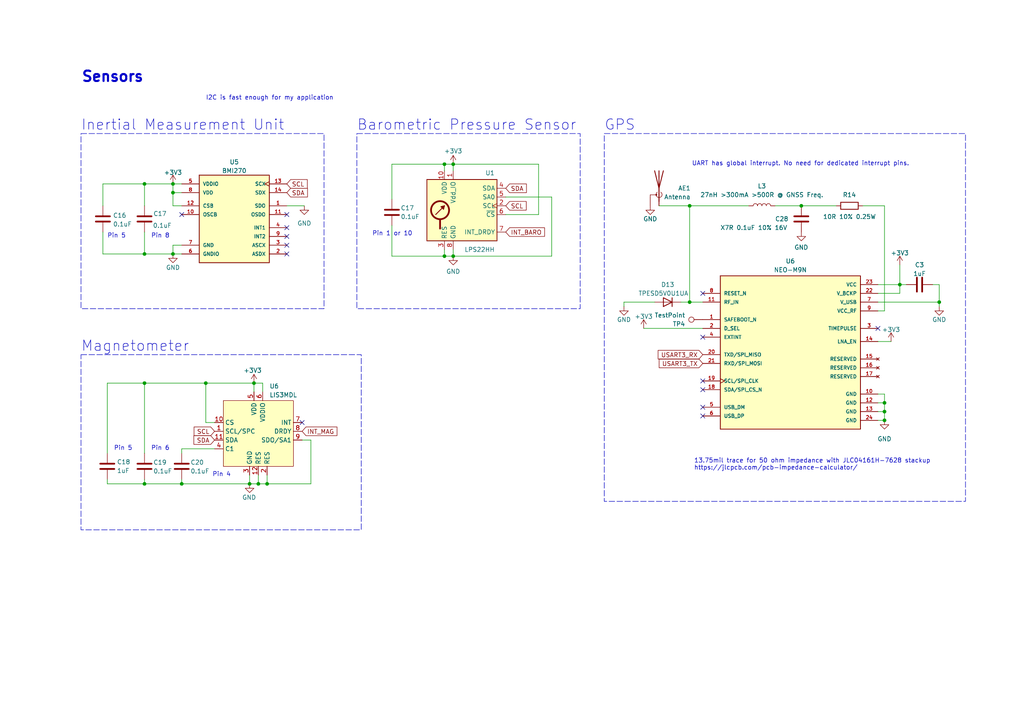
<source format=kicad_sch>
(kicad_sch (version 20230121) (generator eeschema)

  (uuid f732bef0-4fee-423d-b2a2-dc7f8158eb14)

  (paper "A4")

  (lib_symbols
    (symbol "Connector:TestPoint" (pin_numbers hide) (pin_names (offset 0.762) hide) (in_bom yes) (on_board yes)
      (property "Reference" "TP" (at 0 6.858 0)
        (effects (font (size 1.27 1.27)))
      )
      (property "Value" "TestPoint" (at 0 5.08 0)
        (effects (font (size 1.27 1.27)))
      )
      (property "Footprint" "" (at 5.08 0 0)
        (effects (font (size 1.27 1.27)) hide)
      )
      (property "Datasheet" "~" (at 5.08 0 0)
        (effects (font (size 1.27 1.27)) hide)
      )
      (property "ki_keywords" "test point tp" (at 0 0 0)
        (effects (font (size 1.27 1.27)) hide)
      )
      (property "ki_description" "test point" (at 0 0 0)
        (effects (font (size 1.27 1.27)) hide)
      )
      (property "ki_fp_filters" "Pin* Test*" (at 0 0 0)
        (effects (font (size 1.27 1.27)) hide)
      )
      (symbol "TestPoint_0_1"
        (circle (center 0 3.302) (radius 0.762)
          (stroke (width 0) (type default))
          (fill (type none))
        )
      )
      (symbol "TestPoint_1_1"
        (pin passive line (at 0 0 90) (length 2.54)
          (name "1" (effects (font (size 1.27 1.27))))
          (number "1" (effects (font (size 1.27 1.27))))
        )
      )
    )
    (symbol "Device:Antenna_Shield" (pin_numbers hide) (pin_names (offset 1.016) hide) (in_bom yes) (on_board yes)
      (property "Reference" "AE" (at -1.905 4.445 0)
        (effects (font (size 1.27 1.27)) (justify right))
      )
      (property "Value" "Antenna_Shield" (at -1.905 2.54 0)
        (effects (font (size 1.27 1.27)) (justify right))
      )
      (property "Footprint" "" (at 0 2.54 0)
        (effects (font (size 1.27 1.27)) hide)
      )
      (property "Datasheet" "~" (at 0 2.54 0)
        (effects (font (size 1.27 1.27)) hide)
      )
      (property "ki_keywords" "antenna" (at 0 0 0)
        (effects (font (size 1.27 1.27)) hide)
      )
      (property "ki_description" "Antenna with extra pin for shielding" (at 0 0 0)
        (effects (font (size 1.27 1.27)) hide)
      )
      (symbol "Antenna_Shield_0_1"
        (arc (start -0.508 -1.143) (mid -0.8429 -2.1194) (end 0 -2.667)
          (stroke (width 0) (type default))
          (fill (type none))
        )
        (arc (start 0 -2.667) (mid 0.7989 -2.1052) (end 0.508 -1.143)
          (stroke (width 0) (type default))
          (fill (type none))
        )
        (polyline
          (pts
            (xy 0 -2.54)
            (xy 0 0)
          )
          (stroke (width 0) (type default))
          (fill (type none))
        )
        (polyline
          (pts
            (xy 0 5.08)
            (xy 0 -3.81)
          )
          (stroke (width 0.254) (type default))
          (fill (type none))
        )
        (polyline
          (pts
            (xy 0.762 -1.905)
            (xy 2.54 -1.905)
          )
          (stroke (width 0) (type default))
          (fill (type none))
        )
        (polyline
          (pts
            (xy 2.54 -2.54)
            (xy 2.54 -1.905)
          )
          (stroke (width 0) (type default))
          (fill (type none))
        )
        (polyline
          (pts
            (xy 1.27 5.08)
            (xy 0 0)
            (xy -1.27 5.08)
          )
          (stroke (width 0.254) (type default))
          (fill (type none))
        )
        (circle (center 0.762 -1.905) (radius 0.1778)
          (stroke (width 0) (type default))
          (fill (type outline))
        )
      )
      (symbol "Antenna_Shield_1_1"
        (pin input line (at 0 -5.08 90) (length 2.54)
          (name "A" (effects (font (size 1.27 1.27))))
          (number "1" (effects (font (size 1.27 1.27))))
        )
        (pin input line (at 2.54 -5.08 90) (length 2.54)
          (name "Shield" (effects (font (size 1.27 1.27))))
          (number "2" (effects (font (size 1.27 1.27))))
        )
      )
    )
    (symbol "Device:C" (pin_numbers hide) (pin_names (offset 0.254)) (in_bom yes) (on_board yes)
      (property "Reference" "C" (at 0.635 2.54 0)
        (effects (font (size 1.27 1.27)) (justify left))
      )
      (property "Value" "C" (at 0.635 -2.54 0)
        (effects (font (size 1.27 1.27)) (justify left))
      )
      (property "Footprint" "" (at 0.9652 -3.81 0)
        (effects (font (size 1.27 1.27)) hide)
      )
      (property "Datasheet" "~" (at 0 0 0)
        (effects (font (size 1.27 1.27)) hide)
      )
      (property "ki_keywords" "cap capacitor" (at 0 0 0)
        (effects (font (size 1.27 1.27)) hide)
      )
      (property "ki_description" "Unpolarized capacitor" (at 0 0 0)
        (effects (font (size 1.27 1.27)) hide)
      )
      (property "ki_fp_filters" "C_*" (at 0 0 0)
        (effects (font (size 1.27 1.27)) hide)
      )
      (symbol "C_0_1"
        (polyline
          (pts
            (xy -2.032 -0.762)
            (xy 2.032 -0.762)
          )
          (stroke (width 0.508) (type default))
          (fill (type none))
        )
        (polyline
          (pts
            (xy -2.032 0.762)
            (xy 2.032 0.762)
          )
          (stroke (width 0.508) (type default))
          (fill (type none))
        )
      )
      (symbol "C_1_1"
        (pin passive line (at 0 3.81 270) (length 2.794)
          (name "~" (effects (font (size 1.27 1.27))))
          (number "1" (effects (font (size 1.27 1.27))))
        )
        (pin passive line (at 0 -3.81 90) (length 2.794)
          (name "~" (effects (font (size 1.27 1.27))))
          (number "2" (effects (font (size 1.27 1.27))))
        )
      )
    )
    (symbol "Device:D" (pin_numbers hide) (pin_names (offset 1.016) hide) (in_bom yes) (on_board yes)
      (property "Reference" "D" (at 0 2.54 0)
        (effects (font (size 1.27 1.27)))
      )
      (property "Value" "D" (at 0 -2.54 0)
        (effects (font (size 1.27 1.27)))
      )
      (property "Footprint" "" (at 0 0 0)
        (effects (font (size 1.27 1.27)) hide)
      )
      (property "Datasheet" "~" (at 0 0 0)
        (effects (font (size 1.27 1.27)) hide)
      )
      (property "Sim.Device" "D" (at 0 0 0)
        (effects (font (size 1.27 1.27)) hide)
      )
      (property "Sim.Pins" "1=K 2=A" (at 0 0 0)
        (effects (font (size 1.27 1.27)) hide)
      )
      (property "ki_keywords" "diode" (at 0 0 0)
        (effects (font (size 1.27 1.27)) hide)
      )
      (property "ki_description" "Diode" (at 0 0 0)
        (effects (font (size 1.27 1.27)) hide)
      )
      (property "ki_fp_filters" "TO-???* *_Diode_* *SingleDiode* D_*" (at 0 0 0)
        (effects (font (size 1.27 1.27)) hide)
      )
      (symbol "D_0_1"
        (polyline
          (pts
            (xy -1.27 1.27)
            (xy -1.27 -1.27)
          )
          (stroke (width 0.254) (type default))
          (fill (type none))
        )
        (polyline
          (pts
            (xy 1.27 0)
            (xy -1.27 0)
          )
          (stroke (width 0) (type default))
          (fill (type none))
        )
        (polyline
          (pts
            (xy 1.27 1.27)
            (xy 1.27 -1.27)
            (xy -1.27 0)
            (xy 1.27 1.27)
          )
          (stroke (width 0.254) (type default))
          (fill (type none))
        )
      )
      (symbol "D_1_1"
        (pin passive line (at -3.81 0 0) (length 2.54)
          (name "K" (effects (font (size 1.27 1.27))))
          (number "1" (effects (font (size 1.27 1.27))))
        )
        (pin passive line (at 3.81 0 180) (length 2.54)
          (name "A" (effects (font (size 1.27 1.27))))
          (number "2" (effects (font (size 1.27 1.27))))
        )
      )
    )
    (symbol "Device:L" (pin_numbers hide) (pin_names (offset 1.016) hide) (in_bom yes) (on_board yes)
      (property "Reference" "L" (at -1.27 0 90)
        (effects (font (size 1.27 1.27)))
      )
      (property "Value" "L" (at 1.905 0 90)
        (effects (font (size 1.27 1.27)))
      )
      (property "Footprint" "" (at 0 0 0)
        (effects (font (size 1.27 1.27)) hide)
      )
      (property "Datasheet" "~" (at 0 0 0)
        (effects (font (size 1.27 1.27)) hide)
      )
      (property "ki_keywords" "inductor choke coil reactor magnetic" (at 0 0 0)
        (effects (font (size 1.27 1.27)) hide)
      )
      (property "ki_description" "Inductor" (at 0 0 0)
        (effects (font (size 1.27 1.27)) hide)
      )
      (property "ki_fp_filters" "Choke_* *Coil* Inductor_* L_*" (at 0 0 0)
        (effects (font (size 1.27 1.27)) hide)
      )
      (symbol "L_0_1"
        (arc (start 0 -2.54) (mid 0.6323 -1.905) (end 0 -1.27)
          (stroke (width 0) (type default))
          (fill (type none))
        )
        (arc (start 0 -1.27) (mid 0.6323 -0.635) (end 0 0)
          (stroke (width 0) (type default))
          (fill (type none))
        )
        (arc (start 0 0) (mid 0.6323 0.635) (end 0 1.27)
          (stroke (width 0) (type default))
          (fill (type none))
        )
        (arc (start 0 1.27) (mid 0.6323 1.905) (end 0 2.54)
          (stroke (width 0) (type default))
          (fill (type none))
        )
      )
      (symbol "L_1_1"
        (pin passive line (at 0 3.81 270) (length 1.27)
          (name "1" (effects (font (size 1.27 1.27))))
          (number "1" (effects (font (size 1.27 1.27))))
        )
        (pin passive line (at 0 -3.81 90) (length 1.27)
          (name "2" (effects (font (size 1.27 1.27))))
          (number "2" (effects (font (size 1.27 1.27))))
        )
      )
    )
    (symbol "Device:R" (pin_numbers hide) (pin_names (offset 0)) (in_bom yes) (on_board yes)
      (property "Reference" "R" (at 2.032 0 90)
        (effects (font (size 1.27 1.27)))
      )
      (property "Value" "R" (at 0 0 90)
        (effects (font (size 1.27 1.27)))
      )
      (property "Footprint" "" (at -1.778 0 90)
        (effects (font (size 1.27 1.27)) hide)
      )
      (property "Datasheet" "~" (at 0 0 0)
        (effects (font (size 1.27 1.27)) hide)
      )
      (property "ki_keywords" "R res resistor" (at 0 0 0)
        (effects (font (size 1.27 1.27)) hide)
      )
      (property "ki_description" "Resistor" (at 0 0 0)
        (effects (font (size 1.27 1.27)) hide)
      )
      (property "ki_fp_filters" "R_*" (at 0 0 0)
        (effects (font (size 1.27 1.27)) hide)
      )
      (symbol "R_0_1"
        (rectangle (start -1.016 -2.54) (end 1.016 2.54)
          (stroke (width 0.254) (type default))
          (fill (type none))
        )
      )
      (symbol "R_1_1"
        (pin passive line (at 0 3.81 270) (length 1.27)
          (name "~" (effects (font (size 1.27 1.27))))
          (number "1" (effects (font (size 1.27 1.27))))
        )
        (pin passive line (at 0 -3.81 90) (length 1.27)
          (name "~" (effects (font (size 1.27 1.27))))
          (number "2" (effects (font (size 1.27 1.27))))
        )
      )
    )
    (symbol "FlightComputerLibrary:BMI270" (pin_names (offset 1.016)) (in_bom yes) (on_board yes)
      (property "Reference" "U" (at -0.635 23.495 0)
        (effects (font (size 1.27 1.27)) (justify left bottom))
      )
      (property "Value" "BMI270" (at -3.175 20.955 0)
        (effects (font (size 1.27 1.27)) (justify left bottom))
      )
      (property "Footprint" "FlightComputerLibrary:XDCR_BMI270" (at 0 0 0)
        (effects (font (size 1.27 1.27)) (justify bottom) hide)
      )
      (property "Datasheet" "" (at 0 0 0)
        (effects (font (size 1.27 1.27)) hide)
      )
      (property "PATREV" "1.0" (at 0 0 0)
        (effects (font (size 1.27 1.27)) (justify bottom) hide)
      )
      (property "STANDARD" "Manufacturer Recommendations" (at 0 0 0)
        (effects (font (size 1.27 1.27)) (justify bottom) hide)
      )
      (property "MAXIMUM_PACKAGE_HEIGHT" "0.87mm" (at 0 0 0)
        (effects (font (size 1.27 1.27)) (justify bottom) hide)
      )
      (property "MANUFACTURER" "Bosch Sensortec" (at 0 0 0)
        (effects (font (size 1.27 1.27)) (justify bottom) hide)
      )
      (symbol "BMI270_0_0"
        (rectangle (start -10.16 20.32) (end 10.16 -5.08)
          (stroke (width 0.254) (type default))
          (fill (type background))
        )
        (pin bidirectional line (at 15.24 11.43 180) (length 5.08)
          (name "SDO" (effects (font (size 1.016 1.016))))
          (number "1" (effects (font (size 1.016 1.016))))
        )
        (pin input line (at -15.24 8.89 0) (length 5.08)
          (name "OSCB" (effects (font (size 1.016 1.016))))
          (number "10" (effects (font (size 1.016 1.016))))
        )
        (pin output line (at 15.24 8.89 180) (length 5.08)
          (name "OSDO" (effects (font (size 1.016 1.016))))
          (number "11" (effects (font (size 1.016 1.016))))
        )
        (pin input line (at -15.24 11.43 0) (length 5.08)
          (name "CSB" (effects (font (size 1.016 1.016))))
          (number "12" (effects (font (size 1.016 1.016))))
        )
        (pin input clock (at 15.24 17.78 180) (length 5.08)
          (name "SCX" (effects (font (size 1.016 1.016))))
          (number "13" (effects (font (size 1.016 1.016))))
        )
        (pin bidirectional line (at 15.24 15.24 180) (length 5.08)
          (name "SDX" (effects (font (size 1.016 1.016))))
          (number "14" (effects (font (size 1.016 1.016))))
        )
        (pin bidirectional line (at 15.24 -2.54 180) (length 5.08)
          (name "ASDX" (effects (font (size 1.016 1.016))))
          (number "2" (effects (font (size 1.016 1.016))))
        )
        (pin bidirectional line (at 15.24 0 180) (length 5.08)
          (name "ASCX" (effects (font (size 1.016 1.016))))
          (number "3" (effects (font (size 1.016 1.016))))
        )
        (pin bidirectional line (at 15.24 5.08 180) (length 5.08)
          (name "INT1" (effects (font (size 1.016 1.016))))
          (number "4" (effects (font (size 1.016 1.016))))
        )
        (pin power_in line (at -15.24 17.78 0) (length 5.08)
          (name "VDDIO" (effects (font (size 1.016 1.016))))
          (number "5" (effects (font (size 1.016 1.016))))
        )
        (pin power_in line (at -15.24 -2.54 0) (length 5.08)
          (name "GNDIO" (effects (font (size 1.016 1.016))))
          (number "6" (effects (font (size 1.016 1.016))))
        )
        (pin power_in line (at -15.24 0 0) (length 5.08)
          (name "GND" (effects (font (size 1.016 1.016))))
          (number "7" (effects (font (size 1.016 1.016))))
        )
        (pin power_in line (at -15.24 15.24 0) (length 5.08)
          (name "VDD" (effects (font (size 1.016 1.016))))
          (number "8" (effects (font (size 1.016 1.016))))
        )
        (pin bidirectional line (at 15.24 2.54 180) (length 5.08)
          (name "INT2" (effects (font (size 1.016 1.016))))
          (number "9" (effects (font (size 1.016 1.016))))
        )
      )
    )
    (symbol "FlightComputerLibrary:LIS3MDL" (in_bom yes) (on_board yes)
      (property "Reference" "U" (at 6.35 1.27 0)
        (effects (font (size 1.27 1.27)))
      )
      (property "Value" "LIS3MDL" (at 6.35 -1.27 0)
        (effects (font (size 1.27 1.27)))
      )
      (property "Footprint" "" (at -3.81 0 0)
        (effects (font (size 1.27 1.27)) hide)
      )
      (property "Datasheet" "" (at -3.81 0 0)
        (effects (font (size 1.27 1.27)) hide)
      )
      (symbol "LIS3MDL_1_1"
        (rectangle (start -10.16 -2.54) (end 10.16 -21.59)
          (stroke (width 0) (type default))
          (fill (type background))
        )
        (pin input line (at -12.7 -11.43 0) (length 2.54)
          (name "SCL/SPC" (effects (font (size 1.27 1.27))))
          (number "1" (effects (font (size 1.27 1.27))))
        )
        (pin input line (at -12.7 -8.89 0) (length 2.54)
          (name "CS" (effects (font (size 1.27 1.27))))
          (number "10" (effects (font (size 1.27 1.27))))
        )
        (pin input line (at -12.7 -13.97 0) (length 2.54)
          (name "SDA" (effects (font (size 1.27 1.27))))
          (number "11" (effects (font (size 1.27 1.27))))
        )
        (pin input line (at 0 -24.13 90) (length 2.54)
          (name "RES" (effects (font (size 1.27 1.27))))
          (number "12" (effects (font (size 1.27 1.27))))
        )
        (pin input line (at 2.54 -24.13 90) (length 2.54)
          (name "RES" (effects (font (size 1.27 1.27))))
          (number "2" (effects (font (size 1.27 1.27))))
        )
        (pin input line (at -2.54 -24.13 90) (length 2.54)
          (name "GND" (effects (font (size 1.27 1.27))))
          (number "3" (effects (font (size 1.27 1.27))))
        )
        (pin input line (at -12.7 -16.51 0) (length 2.54)
          (name "C1" (effects (font (size 1.27 1.27))))
          (number "4" (effects (font (size 1.27 1.27))))
        )
        (pin input line (at -1.27 0 270) (length 2.54)
          (name "VDD" (effects (font (size 1.27 1.27))))
          (number "5" (effects (font (size 1.27 1.27))))
        )
        (pin input line (at 1.27 0 270) (length 2.54)
          (name "VDDIO" (effects (font (size 1.27 1.27))))
          (number "6" (effects (font (size 1.27 1.27))))
        )
        (pin input line (at 12.7 -8.89 180) (length 2.54)
          (name "INT" (effects (font (size 1.27 1.27))))
          (number "7" (effects (font (size 1.27 1.27))))
        )
        (pin input line (at 12.7 -11.43 180) (length 2.54)
          (name "DRDY" (effects (font (size 1.27 1.27))))
          (number "8" (effects (font (size 1.27 1.27))))
        )
        (pin input line (at 12.7 -13.97 180) (length 2.54)
          (name "SDO/SA1" (effects (font (size 1.27 1.27))))
          (number "9" (effects (font (size 1.27 1.27))))
        )
      )
    )
    (symbol "FlightComputerLibrary:NEO-M9N" (pin_names (offset 1.016)) (in_bom yes) (on_board yes)
      (property "Reference" "U" (at -20.32 29.21 0)
        (effects (font (size 1.27 1.27)) (justify left bottom))
      )
      (property "Value" "NEO-M9N" (at -22.86 -19.05 0)
        (effects (font (size 1.27 1.27)) (justify left bottom))
      )
      (property "Footprint" "XCVR_NEO-M9N" (at 0 0 0)
        (effects (font (size 1.27 1.27)) (justify bottom) hide)
      )
      (property "Datasheet" "" (at 0 0 0)
        (effects (font (size 1.27 1.27)) hide)
      )
      (property "MAXIMUM_PACKAGE_HEIGHT" "2.6mm" (at 0 0 0)
        (effects (font (size 1.27 1.27)) (justify bottom) hide)
      )
      (property "STANDARD" "Manufacturer Recommendations" (at 0 0 0)
        (effects (font (size 1.27 1.27)) (justify bottom) hide)
      )
      (property "SNAPEDA_PN" "NEO-M9N" (at 0 0 0)
        (effects (font (size 1.27 1.27)) (justify bottom) hide)
      )
      (property "PARTREV" "R05" (at 0 0 0)
        (effects (font (size 1.27 1.27)) (justify bottom) hide)
      )
      (property "MANUFACTURER" "U blox" (at 0 0 0)
        (effects (font (size 1.27 1.27)) (justify bottom) hide)
      )
      (symbol "NEO-M9N_0_0"
        (rectangle (start -20.32 27.94) (end 20.32 -16.51)
          (stroke (width 0.254) (type default))
          (fill (type background))
        )
        (pin input line (at -25.4 15.24 0) (length 5.08)
          (name "SAFEBOOT_N" (effects (font (size 1.016 1.016))))
          (number "1" (effects (font (size 1.016 1.016))))
        )
        (pin power_in line (at 25.4 -6.35 180) (length 5.08)
          (name "GND" (effects (font (size 1.016 1.016))))
          (number "10" (effects (font (size 1.016 1.016))))
        )
        (pin input line (at -25.4 20.32 0) (length 5.08)
          (name "RF_IN" (effects (font (size 1.016 1.016))))
          (number "11" (effects (font (size 1.016 1.016))))
        )
        (pin power_in line (at 25.4 -8.89 180) (length 5.08)
          (name "GND" (effects (font (size 1.016 1.016))))
          (number "12" (effects (font (size 1.016 1.016))))
        )
        (pin power_in line (at 25.4 -11.43 180) (length 5.08)
          (name "GND" (effects (font (size 1.016 1.016))))
          (number "13" (effects (font (size 1.016 1.016))))
        )
        (pin output line (at 25.4 8.89 180) (length 5.08)
          (name "LNA_EN" (effects (font (size 1.016 1.016))))
          (number "14" (effects (font (size 1.016 1.016))))
        )
        (pin no_connect line (at 25.4 3.81 180) (length 5.08)
          (name "RESERVED" (effects (font (size 1.016 1.016))))
          (number "15" (effects (font (size 1.016 1.016))))
        )
        (pin no_connect line (at 25.4 1.27 180) (length 5.08)
          (name "RESERVED" (effects (font (size 1.016 1.016))))
          (number "16" (effects (font (size 1.016 1.016))))
        )
        (pin no_connect line (at 25.4 -1.27 180) (length 5.08)
          (name "RESERVED" (effects (font (size 1.016 1.016))))
          (number "17" (effects (font (size 1.016 1.016))))
        )
        (pin bidirectional line (at -25.4 -5.08 0) (length 5.08)
          (name "SDA/SPI_CS_N" (effects (font (size 1.016 1.016))))
          (number "18" (effects (font (size 1.016 1.016))))
        )
        (pin bidirectional clock (at -25.4 -2.54 0) (length 5.08)
          (name "SCL/SPI_CLK" (effects (font (size 1.016 1.016))))
          (number "19" (effects (font (size 1.016 1.016))))
        )
        (pin input line (at -25.4 12.7 0) (length 5.08)
          (name "D_SEL" (effects (font (size 1.016 1.016))))
          (number "2" (effects (font (size 1.016 1.016))))
        )
        (pin output line (at -25.4 5.08 0) (length 5.08)
          (name "TXD/SPI_MISO" (effects (font (size 1.016 1.016))))
          (number "20" (effects (font (size 1.016 1.016))))
        )
        (pin input line (at -25.4 2.54 0) (length 5.08)
          (name "RXD/SPI_MOSI" (effects (font (size 1.016 1.016))))
          (number "21" (effects (font (size 1.016 1.016))))
        )
        (pin power_in line (at 25.4 22.86 180) (length 5.08)
          (name "V_BCKP" (effects (font (size 1.016 1.016))))
          (number "22" (effects (font (size 1.016 1.016))))
        )
        (pin power_in line (at 25.4 25.4 180) (length 5.08)
          (name "VCC" (effects (font (size 1.016 1.016))))
          (number "23" (effects (font (size 1.016 1.016))))
        )
        (pin power_in line (at 25.4 -13.97 180) (length 5.08)
          (name "GND" (effects (font (size 1.016 1.016))))
          (number "24" (effects (font (size 1.016 1.016))))
        )
        (pin output line (at 25.4 12.7 180) (length 5.08)
          (name "TIMEPULSE" (effects (font (size 1.016 1.016))))
          (number "3" (effects (font (size 1.016 1.016))))
        )
        (pin input line (at -25.4 10.16 0) (length 5.08)
          (name "EXTINT" (effects (font (size 1.016 1.016))))
          (number "4" (effects (font (size 1.016 1.016))))
        )
        (pin bidirectional line (at -25.4 -10.16 0) (length 5.08)
          (name "USB_DM" (effects (font (size 1.016 1.016))))
          (number "5" (effects (font (size 1.016 1.016))))
        )
        (pin bidirectional line (at -25.4 -12.7 0) (length 5.08)
          (name "USB_DP" (effects (font (size 1.016 1.016))))
          (number "6" (effects (font (size 1.016 1.016))))
        )
        (pin power_in line (at 25.4 20.32 180) (length 5.08)
          (name "V_USB" (effects (font (size 1.016 1.016))))
          (number "7" (effects (font (size 1.016 1.016))))
        )
        (pin input line (at -25.4 22.86 0) (length 5.08)
          (name "RESET_N" (effects (font (size 1.016 1.016))))
          (number "8" (effects (font (size 1.016 1.016))))
        )
        (pin power_in line (at 25.4 17.78 180) (length 5.08)
          (name "VCC_RF" (effects (font (size 1.016 1.016))))
          (number "9" (effects (font (size 1.016 1.016))))
        )
      )
    )
    (symbol "Sensor_Pressure:LPS22HH" (in_bom yes) (on_board yes)
      (property "Reference" "U" (at -11.43 1.27 0)
        (effects (font (size 1.27 1.27)) (justify right))
      )
      (property "Value" "LPS22HH" (at -11.43 -1.27 0)
        (effects (font (size 1.27 1.27)) (justify right))
      )
      (property "Footprint" "Package_LGA:ST_HLGA-10_2.5x2.5mm_P0.6mm_LayoutBorder3x2y" (at 1.27 -11.43 0)
        (effects (font (size 1.27 1.27)) (justify left) hide)
      )
      (property "Datasheet" "https://www.st.com/resource/en/datasheet/lps22hh.pdf" (at 1.27 -13.97 0)
        (effects (font (size 1.27 1.27)) (justify left) hide)
      )
      (property "ki_keywords" "mems absolute baromeeter spi i2c i3c pressure" (at 0 0 0)
        (effects (font (size 1.27 1.27)) hide)
      )
      (property "ki_description" "MEMS nano pressure sensor, 260-1260 hPa, absolute digital output baromeeter, 24 bit, SPI, I2C, I3C, 0.65 Pa noise rms, ST_HLGA-10L" (at 0 0 0)
        (effects (font (size 1.27 1.27)) hide)
      )
      (property "ki_fp_filters" "ST?HLGA*2.5x2.5mm*P0.6mm*LayoutBorder3x2y*" (at 0 0 0)
        (effects (font (size 1.27 1.27)) hide)
      )
      (symbol "LPS22HH_0_1"
        (rectangle (start -10.16 10.16) (end 10.16 -7.62)
          (stroke (width 0.254) (type default))
          (fill (type background))
        )
        (circle (center -6.35 1.27) (radius 2.6162)
          (stroke (width 0.508) (type default))
          (fill (type none))
        )
        (polyline
          (pts
            (xy -7.62 0)
            (xy -5.08 2.54)
          )
          (stroke (width 0.254) (type default))
          (fill (type none))
        )
        (polyline
          (pts
            (xy -6.35 -1.524)
            (xy -6.35 -4.064)
          )
          (stroke (width 0.508) (type default))
          (fill (type none))
        )
        (polyline
          (pts
            (xy -5.08 2.54)
            (xy -5.334 1.524)
            (xy -6.096 2.286)
            (xy -5.08 2.54)
          )
          (stroke (width 0.254) (type default))
          (fill (type outline))
        )
      )
      (symbol "LPS22HH_1_1"
        (pin power_in line (at -2.54 12.7 270) (length 2.54)
          (name "Vdd_IO" (effects (font (size 1.27 1.27))))
          (number "1" (effects (font (size 1.27 1.27))))
        )
        (pin power_in line (at -5.08 12.7 270) (length 2.54)
          (name "VDD" (effects (font (size 1.27 1.27))))
          (number "10" (effects (font (size 1.27 1.27))))
        )
        (pin input clock (at 12.7 2.54 180) (length 2.54)
          (name "SCL" (effects (font (size 1.27 1.27))))
          (number "2" (effects (font (size 1.27 1.27))))
          (alternate "SPC" input clock)
        )
        (pin passive line (at -5.08 -10.16 90) (length 2.54)
          (name "RES" (effects (font (size 1.27 1.27))))
          (number "3" (effects (font (size 1.27 1.27))))
        )
        (pin bidirectional line (at 12.7 7.62 180) (length 2.54)
          (name "SDA" (effects (font (size 1.27 1.27))))
          (number "4" (effects (font (size 1.27 1.27))))
          (alternate "SDI" input line)
          (alternate "SDI/SDO" bidirectional line)
        )
        (pin input line (at 12.7 5.08 180) (length 2.54)
          (name "SA0" (effects (font (size 1.27 1.27))))
          (number "5" (effects (font (size 1.27 1.27))))
          (alternate "SDO" output line)
        )
        (pin input line (at 12.7 0 180) (length 2.54)
          (name "~{CS}" (effects (font (size 1.27 1.27))))
          (number "6" (effects (font (size 1.27 1.27))))
        )
        (pin output line (at 12.7 -5.08 180) (length 2.54)
          (name "INT_DRDY" (effects (font (size 1.27 1.27))))
          (number "7" (effects (font (size 1.27 1.27))))
        )
        (pin power_in line (at -2.54 -10.16 90) (length 2.54)
          (name "GND" (effects (font (size 1.27 1.27))))
          (number "8" (effects (font (size 1.27 1.27))))
        )
        (pin passive line (at -2.54 -10.16 90) (length 2.54) hide
          (name "GND" (effects (font (size 1.27 1.27))))
          (number "9" (effects (font (size 1.27 1.27))))
        )
      )
    )
    (symbol "power:+3V3" (power) (pin_names (offset 0)) (in_bom yes) (on_board yes)
      (property "Reference" "#PWR" (at 0 -3.81 0)
        (effects (font (size 1.27 1.27)) hide)
      )
      (property "Value" "+3V3" (at 0 3.556 0)
        (effects (font (size 1.27 1.27)))
      )
      (property "Footprint" "" (at 0 0 0)
        (effects (font (size 1.27 1.27)) hide)
      )
      (property "Datasheet" "" (at 0 0 0)
        (effects (font (size 1.27 1.27)) hide)
      )
      (property "ki_keywords" "global power" (at 0 0 0)
        (effects (font (size 1.27 1.27)) hide)
      )
      (property "ki_description" "Power symbol creates a global label with name \"+3V3\"" (at 0 0 0)
        (effects (font (size 1.27 1.27)) hide)
      )
      (symbol "+3V3_0_1"
        (polyline
          (pts
            (xy -0.762 1.27)
            (xy 0 2.54)
          )
          (stroke (width 0) (type default))
          (fill (type none))
        )
        (polyline
          (pts
            (xy 0 0)
            (xy 0 2.54)
          )
          (stroke (width 0) (type default))
          (fill (type none))
        )
        (polyline
          (pts
            (xy 0 2.54)
            (xy 0.762 1.27)
          )
          (stroke (width 0) (type default))
          (fill (type none))
        )
      )
      (symbol "+3V3_1_1"
        (pin power_in line (at 0 0 90) (length 0) hide
          (name "+3V3" (effects (font (size 1.27 1.27))))
          (number "1" (effects (font (size 1.27 1.27))))
        )
      )
    )
    (symbol "power:GND" (power) (pin_names (offset 0)) (in_bom yes) (on_board yes)
      (property "Reference" "#PWR" (at 0 -6.35 0)
        (effects (font (size 1.27 1.27)) hide)
      )
      (property "Value" "GND" (at 0 -3.81 0)
        (effects (font (size 1.27 1.27)))
      )
      (property "Footprint" "" (at 0 0 0)
        (effects (font (size 1.27 1.27)) hide)
      )
      (property "Datasheet" "" (at 0 0 0)
        (effects (font (size 1.27 1.27)) hide)
      )
      (property "ki_keywords" "global power" (at 0 0 0)
        (effects (font (size 1.27 1.27)) hide)
      )
      (property "ki_description" "Power symbol creates a global label with name \"GND\" , ground" (at 0 0 0)
        (effects (font (size 1.27 1.27)) hide)
      )
      (symbol "GND_0_1"
        (polyline
          (pts
            (xy 0 0)
            (xy 0 -1.27)
            (xy 1.27 -1.27)
            (xy 0 -2.54)
            (xy -1.27 -1.27)
            (xy 0 -1.27)
          )
          (stroke (width 0) (type default))
          (fill (type none))
        )
      )
      (symbol "GND_1_1"
        (pin power_in line (at 0 0 270) (length 0) hide
          (name "GND" (effects (font (size 1.27 1.27))))
          (number "1" (effects (font (size 1.27 1.27))))
        )
      )
    )
  )

  (junction (at 131.445 74.295) (diameter 0) (color 0 0 0 0)
    (uuid 010926b4-c0b2-4cf8-bfe7-25fabd829d29)
  )
  (junction (at 74.93 140.335) (diameter 0) (color 0 0 0 0)
    (uuid 075a27e5-6e35-4281-b9b5-21135e69fef4)
  )
  (junction (at 77.47 140.335) (diameter 0) (color 0 0 0 0)
    (uuid 13bd09b4-f136-46f4-8000-addb20061422)
  )
  (junction (at 256.54 121.92) (diameter 0) (color 0 0 0 0)
    (uuid 2dea6b57-4272-4e19-8bf3-a619c8246ca1)
  )
  (junction (at 72.39 140.335) (diameter 0) (color 0 0 0 0)
    (uuid 3208cd77-9c60-4a27-b2c0-03806d066fe9)
  )
  (junction (at 41.91 111.125) (diameter 0) (color 0 0 0 0)
    (uuid 3a31df15-8168-4492-9a30-2ddb0b65ed3d)
  )
  (junction (at 50.165 73.66) (diameter 0) (color 0 0 0 0)
    (uuid 5bb16255-11fd-468e-aeb9-71db49b46b84)
  )
  (junction (at 50.165 55.88) (diameter 0) (color 0 0 0 0)
    (uuid 73e7286d-60bf-454a-97e3-97ff370a8bc6)
  )
  (junction (at 59.69 111.125) (diameter 0) (color 0 0 0 0)
    (uuid 7ffbe6f3-7064-40e7-b2ae-3f85653e0ffa)
  )
  (junction (at 41.91 73.66) (diameter 0) (color 0 0 0 0)
    (uuid 94e9d671-d6ef-4032-8848-0b0c3e0572db)
  )
  (junction (at 41.91 140.335) (diameter 0) (color 0 0 0 0)
    (uuid 9b419c83-47d5-40f3-9fec-aa87374b7627)
  )
  (junction (at 200.025 87.63) (diameter 0) (color 0 0 0 0)
    (uuid 9d98d56f-1f2b-4639-9abe-f9875da3c32a)
  )
  (junction (at 200.025 59.69) (diameter 0) (color 0 0 0 0)
    (uuid 9e5c042f-afc9-4844-9f67-4e6c05f49d32)
  )
  (junction (at 256.54 119.38) (diameter 0) (color 0 0 0 0)
    (uuid a59ff62f-ccbc-48b4-8c3d-f824646ba09e)
  )
  (junction (at 128.905 74.295) (diameter 0) (color 0 0 0 0)
    (uuid ad810b6d-c4db-42b8-bcbf-e04b5f7d70ae)
  )
  (junction (at 41.91 53.34) (diameter 0) (color 0 0 0 0)
    (uuid b09fa7e4-ecc5-40ed-9f7a-46043db4112d)
  )
  (junction (at 128.905 47.625) (diameter 0) (color 0 0 0 0)
    (uuid b8d503ff-cf05-4107-b166-e4a7c5d476c9)
  )
  (junction (at 260.985 82.55) (diameter 0) (color 0 0 0 0)
    (uuid c3c7b2b6-fceb-433a-a548-f983742b206b)
  )
  (junction (at 232.41 59.69) (diameter 0) (color 0 0 0 0)
    (uuid ca0ad301-a5a9-4d5c-8142-d16cede426ed)
  )
  (junction (at 73.66 111.125) (diameter 0) (color 0 0 0 0)
    (uuid cd75a752-7ac4-46eb-a7ce-2315e6d3b93b)
  )
  (junction (at 50.165 53.34) (diameter 0) (color 0 0 0 0)
    (uuid da798b45-b58b-4a6a-b3fa-954388e671b1)
  )
  (junction (at 272.415 87.63) (diameter 0) (color 0 0 0 0)
    (uuid dfd87386-4b97-43a3-88f0-2cda264d8353)
  )
  (junction (at 256.54 116.84) (diameter 0) (color 0 0 0 0)
    (uuid e40425da-734d-4bc2-98c1-bbfbce35ad9d)
  )
  (junction (at 131.445 47.625) (diameter 0) (color 0 0 0 0)
    (uuid f2b133b2-24fc-40a7-8cf7-58d041f026a5)
  )
  (junction (at 52.705 140.335) (diameter 0) (color 0 0 0 0)
    (uuid f9da20a3-284b-4d3e-9a9e-fbd7a9ab5e48)
  )

  (no_connect (at 203.835 97.79) (uuid 18e942a0-dd51-4203-bcd6-279d72e8965e))
  (no_connect (at 203.835 113.03) (uuid 29dab789-a8e0-44e5-bf19-c66f81460847))
  (no_connect (at 203.835 120.65) (uuid 35d21d46-5c98-4e24-9fd9-1d5db608416c))
  (no_connect (at 83.185 62.23) (uuid 364d95df-3bd5-4a78-9b48-7344d34fb655))
  (no_connect (at 203.835 118.11) (uuid 39cf7dfd-7238-411f-af85-c992af961be3))
  (no_connect (at 254.635 95.25) (uuid 3d5941fc-8fcc-401a-a6ef-0f1e09d09681))
  (no_connect (at 83.185 71.12) (uuid 64ab3934-666c-443c-a637-5f50fc7930b8))
  (no_connect (at 83.185 66.04) (uuid 86d04f70-d685-4e78-9486-bad18a675bc7))
  (no_connect (at 203.835 85.09) (uuid abb6ba3c-fbf9-48d1-94c8-4685fad2d14e))
  (no_connect (at 83.185 68.58) (uuid b45f9fe8-02f9-41aa-aad8-3dc8ba33a908))
  (no_connect (at 83.185 73.66) (uuid b88250ae-6826-49ac-bed7-5c235c97b592))
  (no_connect (at 52.705 62.23) (uuid d8a6e304-5e59-48f9-ad80-1840e1d01b57))
  (no_connect (at 203.835 110.49) (uuid db1e4352-543c-4f91-8e50-e8a51073fec7))
  (no_connect (at 87.63 122.555) (uuid dbb2548d-4f30-4978-8859-74bb53f0e25f))

  (wire (pts (xy 270.51 82.55) (xy 272.415 82.55))
    (stroke (width 0) (type default))
    (uuid 013b2edb-348c-4b2a-82f9-4c40a721dfa7)
  )
  (wire (pts (xy 180.975 87.63) (xy 189.865 87.63))
    (stroke (width 0) (type default))
    (uuid 02cccd57-690b-4c5a-a2ed-76badb62b20f)
  )
  (wire (pts (xy 41.91 111.125) (xy 41.91 131.445))
    (stroke (width 0) (type default))
    (uuid 0809719d-161a-4c72-a5dc-121ac0fd0884)
  )
  (wire (pts (xy 131.445 74.295) (xy 160.02 74.295))
    (stroke (width 0) (type default))
    (uuid 0e65f9da-b079-4f31-aab8-0c49734c0240)
  )
  (wire (pts (xy 77.47 140.335) (xy 77.47 137.795))
    (stroke (width 0) (type default))
    (uuid 0f32d800-b8d8-44e9-aa81-4a83cf7eecd6)
  )
  (wire (pts (xy 156.21 62.23) (xy 146.685 62.23))
    (stroke (width 0) (type default))
    (uuid 0ff434f3-c9cf-4022-98bf-3b5afef50254)
  )
  (wire (pts (xy 72.39 140.335) (xy 52.705 140.335))
    (stroke (width 0) (type default))
    (uuid 11c3b6ac-699d-4875-854b-be29890d8960)
  )
  (wire (pts (xy 200.025 59.69) (xy 217.17 59.69))
    (stroke (width 0) (type default))
    (uuid 13541c56-3762-4411-a891-71e98a933e1c)
  )
  (wire (pts (xy 31.115 131.445) (xy 31.115 111.125))
    (stroke (width 0) (type default))
    (uuid 1b1282ba-cf23-4cb4-b264-643dcf576b1b)
  )
  (wire (pts (xy 59.69 122.555) (xy 59.69 111.125))
    (stroke (width 0) (type default))
    (uuid 1bbf5107-a516-42ce-a1ac-1caba8e8c6ac)
  )
  (wire (pts (xy 29.845 53.34) (xy 29.845 59.69))
    (stroke (width 0) (type default))
    (uuid 1bea1b91-23c5-4c07-a4c4-f6dfff76712d)
  )
  (wire (pts (xy 254.635 114.3) (xy 256.54 114.3))
    (stroke (width 0) (type default))
    (uuid 2435449b-66f5-43df-840a-6cdf9536d227)
  )
  (wire (pts (xy 256.54 121.92) (xy 256.54 119.38))
    (stroke (width 0) (type default))
    (uuid 2aaf8d80-41af-4f5c-99c9-c930cda2d511)
  )
  (wire (pts (xy 41.91 73.66) (xy 50.165 73.66))
    (stroke (width 0) (type default))
    (uuid 2f3c528f-a287-4760-ac8c-7db58878e2c0)
  )
  (wire (pts (xy 160.02 57.15) (xy 146.685 57.15))
    (stroke (width 0) (type default))
    (uuid 3326d0c4-0735-4abf-b11f-bf7fbe1b4c3a)
  )
  (wire (pts (xy 113.665 47.625) (xy 128.905 47.625))
    (stroke (width 0) (type default))
    (uuid 334214c8-3f78-41e6-a043-93a546e123c6)
  )
  (wire (pts (xy 128.905 47.625) (xy 131.445 47.625))
    (stroke (width 0) (type default))
    (uuid 36cff921-0e00-4700-898e-28fa99f1b442)
  )
  (wire (pts (xy 31.115 139.065) (xy 31.115 140.335))
    (stroke (width 0) (type default))
    (uuid 37717cd6-e202-418d-b34d-c38acb00a37a)
  )
  (wire (pts (xy 254.635 85.09) (xy 260.985 85.09))
    (stroke (width 0) (type default))
    (uuid 38f98922-7747-4c0d-bcd7-15a7fc0e2bc2)
  )
  (wire (pts (xy 197.485 87.63) (xy 200.025 87.63))
    (stroke (width 0) (type default))
    (uuid 39a6b832-94d7-4708-9dcd-fbcaaa7acb02)
  )
  (wire (pts (xy 50.165 55.88) (xy 52.705 55.88))
    (stroke (width 0) (type default))
    (uuid 3b2b5a11-a075-4f77-8a67-0b2b676f14e3)
  )
  (wire (pts (xy 131.445 47.625) (xy 156.21 47.625))
    (stroke (width 0) (type default))
    (uuid 3be0c9c3-c179-43ce-b591-3440ae880b67)
  )
  (wire (pts (xy 52.705 139.065) (xy 52.705 140.335))
    (stroke (width 0) (type default))
    (uuid 3d40507f-0738-492f-a83e-e1da9a697f33)
  )
  (wire (pts (xy 50.165 71.12) (xy 50.165 73.66))
    (stroke (width 0) (type default))
    (uuid 42d31485-8882-4d64-864a-2a217c981335)
  )
  (wire (pts (xy 256.54 121.92) (xy 254.635 121.92))
    (stroke (width 0) (type default))
    (uuid 4974366b-a0b8-44e9-8a56-e0874470f8e6)
  )
  (wire (pts (xy 90.17 127.635) (xy 90.17 140.335))
    (stroke (width 0) (type default))
    (uuid 4ba3a5b8-cb32-47fc-a8aa-ffcca6972c15)
  )
  (wire (pts (xy 256.54 90.17) (xy 254.635 90.17))
    (stroke (width 0) (type default))
    (uuid 5089fb6c-792e-4255-8124-468ae0f40b3d)
  )
  (wire (pts (xy 260.985 85.09) (xy 260.985 82.55))
    (stroke (width 0) (type default))
    (uuid 514a2321-ec02-4e2d-a29e-1626248b4d46)
  )
  (wire (pts (xy 29.845 73.66) (xy 41.91 73.66))
    (stroke (width 0) (type default))
    (uuid 572fbdc2-f608-41dd-a19c-812dfaace5dd)
  )
  (wire (pts (xy 256.54 116.84) (xy 256.54 114.3))
    (stroke (width 0) (type default))
    (uuid 58f483e6-906f-4fc1-84b7-33c260239d20)
  )
  (wire (pts (xy 113.665 74.295) (xy 113.665 65.405))
    (stroke (width 0) (type default))
    (uuid 59fea74a-5ca9-4430-84e3-6fc8694c53ef)
  )
  (wire (pts (xy 90.17 140.335) (xy 77.47 140.335))
    (stroke (width 0) (type default))
    (uuid 5ae1551a-d9f5-4836-85ed-9a5a5ed36c68)
  )
  (wire (pts (xy 31.115 140.335) (xy 41.91 140.335))
    (stroke (width 0) (type default))
    (uuid 5ba6c814-9fbc-4b2a-bccc-c6f868204074)
  )
  (wire (pts (xy 50.165 73.66) (xy 52.705 73.66))
    (stroke (width 0) (type default))
    (uuid 5e0d5444-a6a0-4f8b-b3b0-e1cc48a72f6d)
  )
  (wire (pts (xy 76.2 113.665) (xy 76.2 111.125))
    (stroke (width 0) (type default))
    (uuid 5e203739-3374-4826-9647-6b0727b0ce54)
  )
  (wire (pts (xy 131.445 74.295) (xy 128.905 74.295))
    (stroke (width 0) (type default))
    (uuid 61c30404-8851-4d90-86c5-a06e223d62e8)
  )
  (wire (pts (xy 59.69 111.125) (xy 73.66 111.125))
    (stroke (width 0) (type default))
    (uuid 64053b49-b72c-4022-89fc-7c6ef5e1cb78)
  )
  (wire (pts (xy 256.54 59.69) (xy 256.54 90.17))
    (stroke (width 0) (type default))
    (uuid 6f9b0958-b459-4e87-ac93-174597f0c494)
  )
  (wire (pts (xy 128.905 74.295) (xy 128.905 72.39))
    (stroke (width 0) (type default))
    (uuid 6ffd27c8-6b98-478c-b4c1-54d8e2c76329)
  )
  (wire (pts (xy 186.69 95.25) (xy 203.835 95.25))
    (stroke (width 0) (type default))
    (uuid 73c6b817-28ad-4887-9dac-6d32435e9393)
  )
  (wire (pts (xy 29.845 53.34) (xy 41.91 53.34))
    (stroke (width 0) (type default))
    (uuid 7924333f-a735-4161-a67a-f043be44e813)
  )
  (wire (pts (xy 200.025 59.69) (xy 200.025 87.63))
    (stroke (width 0) (type default))
    (uuid 79a06854-786f-4ede-8003-f04607ea0ea8)
  )
  (wire (pts (xy 50.165 71.12) (xy 52.705 71.12))
    (stroke (width 0) (type default))
    (uuid 7b915ba4-3b3f-41bd-b060-9361a05ee407)
  )
  (wire (pts (xy 156.21 47.625) (xy 156.21 62.23))
    (stroke (width 0) (type default))
    (uuid 800d7ab1-500d-4ba1-ada4-f515a857d97c)
  )
  (wire (pts (xy 128.905 74.295) (xy 113.665 74.295))
    (stroke (width 0) (type default))
    (uuid 87134237-e2ec-4e26-9d38-b1fe7a7161e4)
  )
  (wire (pts (xy 250.19 59.69) (xy 256.54 59.69))
    (stroke (width 0) (type default))
    (uuid 89da1a06-0d6b-4596-8a06-ed2b29de6262)
  )
  (wire (pts (xy 131.445 74.295) (xy 131.445 72.39))
    (stroke (width 0) (type default))
    (uuid 8c2a1eca-0e54-48f3-92f9-78a971b2486a)
  )
  (wire (pts (xy 76.2 111.125) (xy 73.66 111.125))
    (stroke (width 0) (type default))
    (uuid 8d7b2765-787a-4851-8738-b48bd919180a)
  )
  (wire (pts (xy 128.905 47.625) (xy 128.905 49.53))
    (stroke (width 0) (type default))
    (uuid 8eef6b13-7ccb-498a-9d1c-3adc6ad85db1)
  )
  (wire (pts (xy 41.91 139.065) (xy 41.91 140.335))
    (stroke (width 0) (type default))
    (uuid 9523d74b-c46c-478b-bdea-42e2a28b54df)
  )
  (wire (pts (xy 72.39 140.335) (xy 74.93 140.335))
    (stroke (width 0) (type default))
    (uuid 97b616ed-1a4f-497d-bb92-74eb4c283bb7)
  )
  (wire (pts (xy 50.165 53.34) (xy 50.165 55.88))
    (stroke (width 0) (type default))
    (uuid 9a02c4ef-7bef-42c3-b2d4-b4f5983cc1a8)
  )
  (wire (pts (xy 131.445 47.625) (xy 131.445 49.53))
    (stroke (width 0) (type default))
    (uuid 9a1ba357-e36d-49a5-83f2-1314654d9416)
  )
  (wire (pts (xy 160.02 74.295) (xy 160.02 57.15))
    (stroke (width 0) (type default))
    (uuid 9b861d68-4e49-41d4-9dc4-434408143f39)
  )
  (wire (pts (xy 52.705 140.335) (xy 41.91 140.335))
    (stroke (width 0) (type default))
    (uuid 9bb686aa-6045-4a34-a5a1-98a2ea65c814)
  )
  (wire (pts (xy 62.23 130.175) (xy 52.705 130.175))
    (stroke (width 0) (type default))
    (uuid 9d2af301-3abc-4db6-bec1-580dcc137628)
  )
  (wire (pts (xy 272.415 82.55) (xy 272.415 87.63))
    (stroke (width 0) (type default))
    (uuid 9d5c9e35-c69a-4876-b821-7db1ee0f8a3c)
  )
  (wire (pts (xy 254.635 116.84) (xy 256.54 116.84))
    (stroke (width 0) (type default))
    (uuid a3db7dca-1285-42c7-87d1-5b5e2ef39301)
  )
  (wire (pts (xy 74.93 140.335) (xy 77.47 140.335))
    (stroke (width 0) (type default))
    (uuid a82599cd-f416-4f72-9329-2e7252ec09c8)
  )
  (wire (pts (xy 62.23 122.555) (xy 59.69 122.555))
    (stroke (width 0) (type default))
    (uuid ac57840c-a0ef-4334-95b4-3f1b389f5a8b)
  )
  (wire (pts (xy 87.63 127.635) (xy 90.17 127.635))
    (stroke (width 0) (type default))
    (uuid ad6ef1f2-a0b3-4af0-be33-9a5162984ace)
  )
  (wire (pts (xy 41.91 59.69) (xy 41.91 53.34))
    (stroke (width 0) (type default))
    (uuid ad90e8b6-08db-4003-b2a7-4add6e9d5ddf)
  )
  (wire (pts (xy 258.445 99.06) (xy 254.635 99.06))
    (stroke (width 0) (type default))
    (uuid b2281c5a-a3db-4b8d-82f7-0512c40af5f9)
  )
  (wire (pts (xy 41.91 111.125) (xy 59.69 111.125))
    (stroke (width 0) (type default))
    (uuid b2922fb2-84d9-49b6-9d0b-2b00625bc742)
  )
  (wire (pts (xy 29.845 67.31) (xy 29.845 73.66))
    (stroke (width 0) (type default))
    (uuid b608dd72-4069-495d-a5f1-0328c377df8e)
  )
  (wire (pts (xy 272.415 88.9) (xy 272.415 87.63))
    (stroke (width 0) (type default))
    (uuid b6bcbcde-8623-484d-81a1-5385850253ad)
  )
  (wire (pts (xy 50.165 59.69) (xy 52.705 59.69))
    (stroke (width 0) (type default))
    (uuid ba462bee-b94a-4dee-881d-e95b2c3d5d69)
  )
  (wire (pts (xy 41.91 53.34) (xy 50.165 53.34))
    (stroke (width 0) (type default))
    (uuid bb740c72-458b-4659-b197-210ccf9807f6)
  )
  (wire (pts (xy 256.54 119.38) (xy 254.635 119.38))
    (stroke (width 0) (type default))
    (uuid c2f688de-679f-4635-a74f-f0c1bb2ed444)
  )
  (wire (pts (xy 232.41 59.69) (xy 224.79 59.69))
    (stroke (width 0) (type default))
    (uuid c63a2ea8-096e-4664-a611-8eaf15e07159)
  )
  (wire (pts (xy 242.57 59.69) (xy 232.41 59.69))
    (stroke (width 0) (type default))
    (uuid c80a55df-32af-4b30-926f-3647d257f638)
  )
  (wire (pts (xy 73.66 111.125) (xy 73.66 113.665))
    (stroke (width 0) (type default))
    (uuid ca0e76c4-2ec6-4c87-af6e-31868682bdd4)
  )
  (wire (pts (xy 41.91 67.31) (xy 41.91 73.66))
    (stroke (width 0) (type default))
    (uuid cf6f9c2d-ae00-4448-9de0-868cea8e86fa)
  )
  (wire (pts (xy 191.135 59.69) (xy 200.025 59.69))
    (stroke (width 0) (type default))
    (uuid d07b4d1d-128c-48b0-8511-f249a56edf5c)
  )
  (wire (pts (xy 74.93 140.335) (xy 74.93 137.795))
    (stroke (width 0) (type default))
    (uuid d4ab122d-1a66-46e9-ae21-15ad07ea2a8c)
  )
  (wire (pts (xy 262.89 82.55) (xy 260.985 82.55))
    (stroke (width 0) (type default))
    (uuid d72145a8-9605-4da7-be5a-e96bb9b81f10)
  )
  (wire (pts (xy 88.265 59.69) (xy 83.185 59.69))
    (stroke (width 0) (type default))
    (uuid db62d068-cca7-49c1-bafd-335dbf4ba2da)
  )
  (wire (pts (xy 260.985 76.835) (xy 260.985 82.55))
    (stroke (width 0) (type default))
    (uuid dd79ad1a-b008-426a-b08c-e093f4a33f87)
  )
  (wire (pts (xy 50.165 53.34) (xy 52.705 53.34))
    (stroke (width 0) (type default))
    (uuid e18137b2-c4d6-405e-9ba5-6b174dddcd59)
  )
  (wire (pts (xy 113.665 57.785) (xy 113.665 47.625))
    (stroke (width 0) (type default))
    (uuid e1944e01-2f49-4166-827f-9dca6f2772cf)
  )
  (wire (pts (xy 180.975 88.9) (xy 180.975 87.63))
    (stroke (width 0) (type default))
    (uuid e7ea9535-93a8-48be-be17-01ad0871e4ad)
  )
  (wire (pts (xy 256.54 119.38) (xy 256.54 116.84))
    (stroke (width 0) (type default))
    (uuid eb6dd248-6bfa-4ce0-87a5-5a9ae00f12c0)
  )
  (wire (pts (xy 254.635 82.55) (xy 260.985 82.55))
    (stroke (width 0) (type default))
    (uuid ebc37d97-6c0e-4eb8-9ea9-ab4b77a049b7)
  )
  (wire (pts (xy 200.025 87.63) (xy 203.835 87.63))
    (stroke (width 0) (type default))
    (uuid f1ecc3b5-9323-4935-be39-a065199b5450)
  )
  (wire (pts (xy 72.39 137.795) (xy 72.39 140.335))
    (stroke (width 0) (type default))
    (uuid f511a293-e9b7-4732-9208-c0e527bb55dd)
  )
  (wire (pts (xy 52.705 130.175) (xy 52.705 131.445))
    (stroke (width 0) (type default))
    (uuid f79e8ec4-6004-4ce8-9d2d-d28e51e2c9bc)
  )
  (wire (pts (xy 50.165 55.88) (xy 50.165 59.69))
    (stroke (width 0) (type default))
    (uuid fdd881b6-d64c-407d-8e27-e25a5c3fb428)
  )
  (wire (pts (xy 254.635 87.63) (xy 272.415 87.63))
    (stroke (width 0) (type default))
    (uuid fde0ddc1-a931-4573-87b2-97418c064cef)
  )
  (wire (pts (xy 31.115 111.125) (xy 41.91 111.125))
    (stroke (width 0) (type default))
    (uuid fe5627a9-42d0-499c-b5ab-b4c966e64180)
  )

  (rectangle (start 103.505 38.735) (end 168.275 89.535)
    (stroke (width 0) (type dash))
    (fill (type none))
    (uuid 14a0f282-f60f-4c83-a8d4-7a7739fea3f6)
  )
  (rectangle (start 175.26 38.735) (end 280.035 145.415)
    (stroke (width 0) (type dash))
    (fill (type none))
    (uuid 632f2979-b69b-4871-831a-bae8a50ba234)
  )
  (rectangle (start 23.495 102.87) (end 104.775 153.67)
    (stroke (width 0) (type dash))
    (fill (type none))
    (uuid 9d85d32a-9be6-4bdc-8b0c-b808e9261a44)
  )
  (rectangle (start 23.495 38.735) (end 93.98 89.535)
    (stroke (width 0) (type dash))
    (fill (type none))
    (uuid a72fb896-e943-4772-a42e-b94eb4502690)
  )

  (text "13.75mil trace for 50 ohm impedance with JLC04161H-7628 stackup\nhttps://jlcpcb.com/pcb-impedance-calculator/"
    (at 201.295 136.525 0)
    (effects (font (size 1.27 1.27)) (justify left bottom))
    (uuid 03a3a26f-11c8-4442-ab7e-f8401f7c399f)
  )
  (text "GPS" (at 175.26 38.1 0)
    (effects (font (size 3 3)) (justify left bottom))
    (uuid 09c033a9-8402-414e-898a-a93aac76d93d)
  )
  (text "Magnetometer" (at 23.495 102.235 0)
    (effects (font (size 3 3)) (justify left bottom))
    (uuid 3cb957df-9ba5-46dd-a7b5-ef5c9585c322)
  )
  (text "Pin 6" (at 43.815 130.81 0)
    (effects (font (size 1.27 1.27)) (justify left bottom))
    (uuid 44360176-c9ae-4fec-a11d-1f89d793001f)
  )
  (text "Pin 4" (at 61.595 138.43 0)
    (effects (font (size 1.27 1.27)) (justify left bottom))
    (uuid 6fa23756-24f9-4a40-858e-c5349a41b7db)
  )
  (text "Pin 5" (at 33.02 130.81 0)
    (effects (font (size 1.27 1.27)) (justify left bottom))
    (uuid 7ee7d0b3-84a4-4fa1-8f28-184d3144787a)
  )
  (text "I2C is fast enough for my application" (at 59.69 29.21 0)
    (effects (font (size 1.27 1.27)) (justify left bottom))
    (uuid 84e11ad0-9902-45db-a771-f06602929189)
  )
  (text "UART has global interrupt. No need for dedicated interrupt pins."
    (at 200.66 48.26 0)
    (effects (font (size 1.27 1.27)) (justify left bottom))
    (uuid 9ac2f420-4f8c-4040-adc8-45afc2a2433c)
  )
  (text "Pin 8" (at 43.815 69.215 0)
    (effects (font (size 1.27 1.27)) (justify left bottom))
    (uuid 9e2cd56c-e1fd-4420-a5e7-ec3b95c1ea5b)
  )
  (text "Inertial Measurement Unit" (at 23.495 38.1 0)
    (effects (font (size 3 3)) (justify left bottom))
    (uuid a956e434-3661-4aee-9aff-a185f4fa8aef)
  )
  (text "Sensors" (at 23.495 24.13 0)
    (effects (font (size 3 3) (thickness 0.6) bold) (justify left bottom))
    (uuid b4424386-8aa2-48d8-84f2-ac0fd8aa7266)
  )
  (text "Pin 5" (at 31.115 69.215 0)
    (effects (font (size 1.27 1.27)) (justify left bottom))
    (uuid bc31e2d1-7467-4bb3-b290-193db06689b1)
  )
  (text "Barometric Pressure Sensor" (at 103.505 38.1 0)
    (effects (font (size 3 3)) (justify left bottom))
    (uuid fd68b686-2cf2-4fc2-92ec-ea827da57f0c)
  )
  (text "Pin 1 or 10" (at 107.95 68.58 0)
    (effects (font (size 1.27 1.27)) (justify left bottom))
    (uuid ff40683b-7141-4fda-ba24-a14193288b0b)
  )

  (global_label "SDA" (shape input) (at 146.685 54.61 0) (fields_autoplaced)
    (effects (font (size 1.27 1.27)) (justify left))
    (uuid 158bf61e-452b-4b15-a38b-c95a0131bd7c)
    (property "Intersheetrefs" "${INTERSHEET_REFS}" (at 153.1589 54.61 0)
      (effects (font (size 1.27 1.27)) (justify left) hide)
    )
  )
  (global_label "SDA" (shape input) (at 83.185 55.88 0) (fields_autoplaced)
    (effects (font (size 1.27 1.27)) (justify left))
    (uuid 1f505b9b-26c0-4fef-bd87-d4044f7350d1)
    (property "Intersheetrefs" "${INTERSHEET_REFS}" (at 89.6589 55.88 0)
      (effects (font (size 1.27 1.27)) (justify left) hide)
    )
  )
  (global_label "USART3_RX" (shape input) (at 203.835 102.87 180) (fields_autoplaced)
    (effects (font (size 1.27 1.27)) (justify right))
    (uuid 513b5e21-ac84-478f-b81a-43ccc22064c1)
    (property "Intersheetrefs" "${INTERSHEET_REFS}" (at 190.4064 102.87 0)
      (effects (font (size 1.27 1.27)) (justify right) hide)
    )
  )
  (global_label "SCL" (shape input) (at 62.23 125.095 180) (fields_autoplaced)
    (effects (font (size 1.27 1.27)) (justify right))
    (uuid 55748237-d8ea-42a6-9515-821c726df66f)
    (property "Intersheetrefs" "${INTERSHEET_REFS}" (at 55.8166 125.095 0)
      (effects (font (size 1.27 1.27)) (justify right) hide)
    )
  )
  (global_label "INT_MAG" (shape input) (at 87.63 125.095 0) (fields_autoplaced)
    (effects (font (size 1.27 1.27)) (justify left))
    (uuid 611eafd9-3faf-41d3-9226-4d11e3f00ff7)
    (property "Intersheetrefs" "${INTERSHEET_REFS}" (at 98.2163 125.095 0)
      (effects (font (size 1.27 1.27)) (justify left) hide)
    )
  )
  (global_label "SCL" (shape input) (at 146.685 59.69 0) (fields_autoplaced)
    (effects (font (size 1.27 1.27)) (justify left))
    (uuid 67dee9b9-cff0-41f4-a7e8-d9ab47dc774c)
    (property "Intersheetrefs" "${INTERSHEET_REFS}" (at 153.0984 59.69 0)
      (effects (font (size 1.27 1.27)) (justify left) hide)
    )
  )
  (global_label "INT_BARO" (shape input) (at 146.685 67.31 0) (fields_autoplaced)
    (effects (font (size 1.27 1.27)) (justify left))
    (uuid 9b902159-8b6d-4ea8-a208-569dd602f15e)
    (property "Intersheetrefs" "${INTERSHEET_REFS}" (at 158.4204 67.31 0)
      (effects (font (size 1.27 1.27)) (justify left) hide)
    )
  )
  (global_label "SCL" (shape input) (at 83.185 53.34 0) (fields_autoplaced)
    (effects (font (size 1.27 1.27)) (justify left))
    (uuid 9da0db64-9cfa-4685-a32e-45a0e57f4528)
    (property "Intersheetrefs" "${INTERSHEET_REFS}" (at 89.5984 53.34 0)
      (effects (font (size 1.27 1.27)) (justify left) hide)
    )
  )
  (global_label "SDA" (shape input) (at 62.23 127.635 180) (fields_autoplaced)
    (effects (font (size 1.27 1.27)) (justify right))
    (uuid b44dea87-0033-4e99-a3dd-eb015fdfe1e2)
    (property "Intersheetrefs" "${INTERSHEET_REFS}" (at 55.7561 127.635 0)
      (effects (font (size 1.27 1.27)) (justify right) hide)
    )
  )
  (global_label "USART3_TX" (shape input) (at 203.835 105.41 180) (fields_autoplaced)
    (effects (font (size 1.27 1.27)) (justify right))
    (uuid bb7c4793-5f82-4d0f-b091-d0f93283b0b7)
    (property "Intersheetrefs" "${INTERSHEET_REFS}" (at 190.7088 105.41 0)
      (effects (font (size 1.27 1.27)) (justify right) hide)
    )
  )

  (symbol (lib_id "Connector:TestPoint") (at 203.835 92.71 90) (unit 1)
    (in_bom yes) (on_board yes) (dnp no)
    (uuid 0762750e-0794-4d90-8352-32f0cb48361a)
    (property "Reference" "TP4" (at 198.755 93.98 90)
      (effects (font (size 1.27 1.27)) (justify left))
    )
    (property "Value" "TestPoint" (at 198.755 91.44 90)
      (effects (font (size 1.27 1.27)) (justify left))
    )
    (property "Footprint" "TestPoint:TestPoint_Keystone_5000-5004_Miniature" (at 203.835 87.63 0)
      (effects (font (size 1.27 1.27)) hide)
    )
    (property "Datasheet" "~" (at 203.835 87.63 0)
      (effects (font (size 1.27 1.27)) hide)
    )
    (pin "1" (uuid 4bc794ea-ab69-4f30-8c4d-b90fb2b9d604))
    (instances
      (project "FlightComputer"
        (path "/619b7a98-ea9e-4ba1-a6ac-2aefa32bb41a"
          (reference "TP4") (unit 1)
        )
        (path "/619b7a98-ea9e-4ba1-a6ac-2aefa32bb41a/860700d0-b412-4191-a92c-98767c85d1ad"
          (reference "TP5") (unit 1)
        )
        (path "/619b7a98-ea9e-4ba1-a6ac-2aefa32bb41a/234b6c4f-327d-42b9-b59c-801877bb3b05"
          (reference "TP1") (unit 1)
        )
        (path "/619b7a98-ea9e-4ba1-a6ac-2aefa32bb41a/14b26996-81b8-4501-80f0-d5b7670415f0"
          (reference "TP6") (unit 1)
        )
      )
    )
  )

  (symbol (lib_id "power:GND") (at 232.41 67.31 0) (unit 1)
    (in_bom yes) (on_board yes) (dnp no)
    (uuid 09f81621-59b0-415f-a325-92f6d7419f77)
    (property "Reference" "#PWR057" (at 232.41 73.66 0)
      (effects (font (size 1.27 1.27)) hide)
    )
    (property "Value" "GND" (at 232.41 71.755 0)
      (effects (font (size 1.27 1.27)))
    )
    (property "Footprint" "" (at 232.41 67.31 0)
      (effects (font (size 1.27 1.27)) hide)
    )
    (property "Datasheet" "" (at 232.41 67.31 0)
      (effects (font (size 1.27 1.27)) hide)
    )
    (pin "1" (uuid e8f8e778-6aba-4f39-b977-f783aa9041f1))
    (instances
      (project "FlightComputer"
        (path "/619b7a98-ea9e-4ba1-a6ac-2aefa32bb41a"
          (reference "#PWR057") (unit 1)
        )
        (path "/619b7a98-ea9e-4ba1-a6ac-2aefa32bb41a/14b26996-81b8-4501-80f0-d5b7670415f0"
          (reference "#PWR049") (unit 1)
        )
      )
    )
  )

  (symbol (lib_id "power:+3V3") (at 131.445 47.625 0) (unit 1)
    (in_bom yes) (on_board yes) (dnp no) (fields_autoplaced)
    (uuid 2a52faf3-107a-42f9-a6fc-d84a6c205ffb)
    (property "Reference" "#PWR07" (at 131.445 51.435 0)
      (effects (font (size 1.27 1.27)) hide)
    )
    (property "Value" "+3V3" (at 131.445 43.815 0)
      (effects (font (size 1.27 1.27)))
    )
    (property "Footprint" "" (at 131.445 47.625 0)
      (effects (font (size 1.27 1.27)) hide)
    )
    (property "Datasheet" "" (at 131.445 47.625 0)
      (effects (font (size 1.27 1.27)) hide)
    )
    (pin "1" (uuid f17e0dd6-f0a9-45fc-8a0a-d702bfcb12b7))
    (instances
      (project "FlightComputer"
        (path "/619b7a98-ea9e-4ba1-a6ac-2aefa32bb41a"
          (reference "#PWR07") (unit 1)
        )
        (path "/619b7a98-ea9e-4ba1-a6ac-2aefa32bb41a/14b26996-81b8-4501-80f0-d5b7670415f0"
          (reference "#PWR033") (unit 1)
        )
      )
    )
  )

  (symbol (lib_id "Device:C") (at 31.115 135.255 0) (unit 1)
    (in_bom yes) (on_board yes) (dnp no)
    (uuid 306839a4-3b0c-4e4b-8a43-934f0c42a5b9)
    (property "Reference" "C18" (at 33.909 133.985 0)
      (effects (font (size 1.27 1.27)) (justify left))
    )
    (property "Value" "1uF" (at 33.909 136.525 0)
      (effects (font (size 1.27 1.27)) (justify left))
    )
    (property "Footprint" "Capacitor_SMD:C_0603_1608Metric" (at 32.0802 139.065 0)
      (effects (font (size 1.27 1.27)) hide)
    )
    (property "Datasheet" "~" (at 31.115 135.255 0)
      (effects (font (size 1.27 1.27)) hide)
    )
    (pin "1" (uuid a3ddb7b0-0512-46cd-a4fd-be1621a19a87))
    (pin "2" (uuid 5b1c22b7-f9ad-452f-a1da-33df72650b58))
    (instances
      (project "FCRev2"
        (path "/4bfaf9f4-833d-4b89-870a-6e523da66099"
          (reference "C18") (unit 1)
        )
      )
      (project "FlightComputer"
        (path "/619b7a98-ea9e-4ba1-a6ac-2aefa32bb41a"
          (reference "C4") (unit 1)
        )
        (path "/619b7a98-ea9e-4ba1-a6ac-2aefa32bb41a/14b26996-81b8-4501-80f0-d5b7670415f0"
          (reference "C1") (unit 1)
        )
      )
      (project "FlightComputer"
        (path "/bd2ca0f3-16be-405d-8265-527d0a4fe5c7"
          (reference "C26") (unit 1)
        )
      )
    )
  )

  (symbol (lib_id "power:GND") (at 88.265 59.69 0) (unit 1)
    (in_bom yes) (on_board yes) (dnp no) (fields_autoplaced)
    (uuid 33d56c26-92c1-41f0-8e44-910a0fbb0109)
    (property "Reference" "#PWR064" (at 88.265 66.04 0)
      (effects (font (size 1.27 1.27)) hide)
    )
    (property "Value" "GND" (at 88.265 64.77 0)
      (effects (font (size 1.27 1.27)))
    )
    (property "Footprint" "" (at 88.265 59.69 0)
      (effects (font (size 1.27 1.27)) hide)
    )
    (property "Datasheet" "" (at 88.265 59.69 0)
      (effects (font (size 1.27 1.27)) hide)
    )
    (pin "1" (uuid abd45b21-486c-48f9-8b3b-ed328b96b9cb))
    (instances
      (project "FlightComputer"
        (path "/619b7a98-ea9e-4ba1-a6ac-2aefa32bb41a"
          (reference "#PWR064") (unit 1)
        )
        (path "/619b7a98-ea9e-4ba1-a6ac-2aefa32bb41a/14b26996-81b8-4501-80f0-d5b7670415f0"
          (reference "#PWR026") (unit 1)
        )
      )
    )
  )

  (symbol (lib_id "Device:R") (at 246.38 59.69 90) (unit 1)
    (in_bom yes) (on_board yes) (dnp no)
    (uuid 48251a43-961b-4776-9176-bfea28e70560)
    (property "Reference" "R14" (at 246.38 56.515 90)
      (effects (font (size 1.27 1.27)))
    )
    (property "Value" "10R 10% 0.25W" (at 246.38 62.865 90)
      (effects (font (size 1.27 1.27)))
    )
    (property "Footprint" "Resistor_SMD:R_0805_2012Metric" (at 246.38 61.468 90)
      (effects (font (size 1.27 1.27)) hide)
    )
    (property "Datasheet" "~" (at 246.38 59.69 0)
      (effects (font (size 1.27 1.27)) hide)
    )
    (pin "1" (uuid b8cce2c2-858a-41a7-b710-0df88802fc2a))
    (pin "2" (uuid 2b523787-a7fa-4e9a-908e-7e5d515208c0))
    (instances
      (project "FlightComputer"
        (path "/619b7a98-ea9e-4ba1-a6ac-2aefa32bb41a"
          (reference "R14") (unit 1)
        )
        (path "/619b7a98-ea9e-4ba1-a6ac-2aefa32bb41a/14b26996-81b8-4501-80f0-d5b7670415f0"
          (reference "R10") (unit 1)
        )
      )
    )
  )

  (symbol (lib_id "Device:C") (at 41.91 63.5 0) (unit 1)
    (in_bom yes) (on_board yes) (dnp no)
    (uuid 4a00dcb2-1571-4aa1-9792-5ee47c0e2291)
    (property "Reference" "C17" (at 44.45 61.976 0)
      (effects (font (size 1.27 1.27)) (justify left))
    )
    (property "Value" "0.1uF" (at 44.323 65.405 0)
      (effects (font (size 1.27 1.27)) (justify left))
    )
    (property "Footprint" "Capacitor_SMD:C_0603_1608Metric" (at 42.8752 67.31 0)
      (effects (font (size 1.27 1.27)) hide)
    )
    (property "Datasheet" "~" (at 41.91 63.5 0)
      (effects (font (size 1.27 1.27)) hide)
    )
    (pin "1" (uuid 03092dd6-c9cd-4c5d-88bb-c35d2d8109c4))
    (pin "2" (uuid 0ba0426c-2da9-43db-9f3c-aead386b00d3))
    (instances
      (project "FCRev2"
        (path "/4bfaf9f4-833d-4b89-870a-6e523da66099"
          (reference "C17") (unit 1)
        )
      )
      (project "FlightComputer"
        (path "/619b7a98-ea9e-4ba1-a6ac-2aefa32bb41a"
          (reference "C18") (unit 1)
        )
        (path "/619b7a98-ea9e-4ba1-a6ac-2aefa32bb41a/14b26996-81b8-4501-80f0-d5b7670415f0"
          (reference "C6") (unit 1)
        )
      )
      (project "FlightComputer"
        (path "/bd2ca0f3-16be-405d-8265-527d0a4fe5c7"
          (reference "C18") (unit 1)
        )
      )
    )
  )

  (symbol (lib_id "power:+3V3") (at 73.66 111.125 0) (unit 1)
    (in_bom yes) (on_board yes) (dnp no)
    (uuid 4e49e800-cc90-4e98-bd09-8ce096d23e20)
    (property "Reference" "#PWR022" (at 73.66 114.935 0)
      (effects (font (size 1.27 1.27)) hide)
    )
    (property "Value" "+3V3" (at 73.279 107.442 0)
      (effects (font (size 1.27 1.27)))
    )
    (property "Footprint" "" (at 73.66 111.125 0)
      (effects (font (size 1.27 1.27)) hide)
    )
    (property "Datasheet" "" (at 73.66 111.125 0)
      (effects (font (size 1.27 1.27)) hide)
    )
    (pin "1" (uuid 38062194-5333-4c5d-a875-f168fb7a15cc))
    (instances
      (project "FCRev2"
        (path "/4bfaf9f4-833d-4b89-870a-6e523da66099"
          (reference "#PWR022") (unit 1)
        )
      )
      (project "FlightComputer"
        (path "/619b7a98-ea9e-4ba1-a6ac-2aefa32bb41a"
          (reference "#PWR020") (unit 1)
        )
        (path "/619b7a98-ea9e-4ba1-a6ac-2aefa32bb41a/14b26996-81b8-4501-80f0-d5b7670415f0"
          (reference "#PWR07") (unit 1)
        )
      )
      (project "FlightComputer"
        (path "/bd2ca0f3-16be-405d-8265-527d0a4fe5c7"
          (reference "#PWR070") (unit 1)
        )
      )
    )
  )

  (symbol (lib_id "Device:C") (at 52.705 135.255 0) (unit 1)
    (in_bom yes) (on_board yes) (dnp no)
    (uuid 54668abe-8f44-46fc-80bc-98df1548c1a6)
    (property "Reference" "C20" (at 55.245 134.112 0)
      (effects (font (size 1.27 1.27)) (justify left))
    )
    (property "Value" "0.1uF" (at 55.245 136.652 0)
      (effects (font (size 1.27 1.27)) (justify left))
    )
    (property "Footprint" "Capacitor_SMD:C_0603_1608Metric" (at 53.6702 139.065 0)
      (effects (font (size 1.27 1.27)) hide)
    )
    (property "Datasheet" "~" (at 52.705 135.255 0)
      (effects (font (size 1.27 1.27)) hide)
    )
    (pin "1" (uuid 492791fa-dd9f-479b-a82a-395d91281b49))
    (pin "2" (uuid 39ab1e6d-d2b0-4979-9554-b058956ec3f3))
    (instances
      (project "FCRev2"
        (path "/4bfaf9f4-833d-4b89-870a-6e523da66099"
          (reference "C20") (unit 1)
        )
      )
      (project "FlightComputer"
        (path "/619b7a98-ea9e-4ba1-a6ac-2aefa32bb41a"
          (reference "C6") (unit 1)
        )
        (path "/619b7a98-ea9e-4ba1-a6ac-2aefa32bb41a/14b26996-81b8-4501-80f0-d5b7670415f0"
          (reference "C4") (unit 1)
        )
      )
      (project "FlightComputer"
        (path "/bd2ca0f3-16be-405d-8265-527d0a4fe5c7"
          (reference "C20") (unit 1)
        )
      )
    )
  )

  (symbol (lib_id "Device:C") (at 266.7 82.55 90) (unit 1)
    (in_bom yes) (on_board yes) (dnp no) (fields_autoplaced)
    (uuid 58aee1af-5343-4135-9656-bd8d008aff5d)
    (property "Reference" "C3" (at 266.7 76.835 90)
      (effects (font (size 1.27 1.27)))
    )
    (property "Value" "1uF" (at 266.7 79.375 90)
      (effects (font (size 1.27 1.27)))
    )
    (property "Footprint" "Capacitor_SMD:C_0603_1608Metric" (at 270.51 81.5848 0)
      (effects (font (size 1.27 1.27)) hide)
    )
    (property "Datasheet" "~" (at 266.7 82.55 0)
      (effects (font (size 1.27 1.27)) hide)
    )
    (pin "1" (uuid 9195148f-ea50-4747-95ac-a143a12cd8dc))
    (pin "2" (uuid fd2101df-6897-46fb-95cc-0a2097ffb153))
    (instances
      (project "FlightComputer"
        (path "/619b7a98-ea9e-4ba1-a6ac-2aefa32bb41a"
          (reference "C3") (unit 1)
        )
        (path "/619b7a98-ea9e-4ba1-a6ac-2aefa32bb41a/14b26996-81b8-4501-80f0-d5b7670415f0"
          (reference "C28") (unit 1)
        )
      )
    )
  )

  (symbol (lib_id "power:+3V3") (at 186.69 95.25 0) (unit 1)
    (in_bom yes) (on_board yes) (dnp no) (fields_autoplaced)
    (uuid 5bb8e5c4-e6f6-4609-ab72-ddf3da3f8cb3)
    (property "Reference" "#PWR054" (at 186.69 99.06 0)
      (effects (font (size 1.27 1.27)) hide)
    )
    (property "Value" "+3V3" (at 186.69 91.7956 0)
      (effects (font (size 1.27 1.27)))
    )
    (property "Footprint" "" (at 186.69 95.25 0)
      (effects (font (size 1.27 1.27)) hide)
    )
    (property "Datasheet" "" (at 186.69 95.25 0)
      (effects (font (size 1.27 1.27)) hide)
    )
    (pin "1" (uuid cefacac3-dfe5-4951-8cd8-538079e4c990))
    (instances
      (project "FlightComputer"
        (path "/619b7a98-ea9e-4ba1-a6ac-2aefa32bb41a"
          (reference "#PWR054") (unit 1)
        )
        (path "/619b7a98-ea9e-4ba1-a6ac-2aefa32bb41a/14b26996-81b8-4501-80f0-d5b7670415f0"
          (reference "#PWR044") (unit 1)
        )
      )
    )
  )

  (symbol (lib_id "FlightComputerLibrary:LIS3MDL") (at 74.93 113.665 0) (unit 1)
    (in_bom yes) (on_board yes) (dnp no) (fields_autoplaced)
    (uuid 5d0a6386-f7b8-41c9-958f-4fa63a482962)
    (property "Reference" "U6" (at 78.1559 112.014 0)
      (effects (font (size 1.27 1.27)) (justify left))
    )
    (property "Value" "LIS3MDL" (at 78.1559 114.554 0)
      (effects (font (size 1.27 1.27)) (justify left))
    )
    (property "Footprint" "Package_LGA:LGA-12_2x2mm_P0.5mm" (at 71.12 113.665 0)
      (effects (font (size 1.27 1.27)) hide)
    )
    (property "Datasheet" "" (at 71.12 113.665 0)
      (effects (font (size 1.27 1.27)) hide)
    )
    (pin "1" (uuid 26b9d187-7e62-42cb-b6ca-545b161a7fb2))
    (pin "10" (uuid 8a0c89f8-7406-4bd1-98e8-370e5405d881))
    (pin "11" (uuid a00ee865-5fa8-4e76-86ad-7e50ab8ad9b1))
    (pin "12" (uuid 1b8f1f25-2767-4cfc-ab75-1c34b31077d9))
    (pin "2" (uuid 75949a6c-2ecf-417c-8aa3-acbc92eeb3da))
    (pin "3" (uuid 5669f6d0-cf96-4fcd-bb61-f373994ee630))
    (pin "4" (uuid 735523c1-3c48-490d-9d5c-108069d94ca6))
    (pin "5" (uuid add09e5c-a559-4a4c-af58-35b694c987ee))
    (pin "6" (uuid 4c046cdf-dce8-44e5-80b8-d612355b4333))
    (pin "7" (uuid ad228bbb-7f2a-4ea8-a603-595b2c85d45a))
    (pin "8" (uuid 090fb9ce-7df0-4710-bdf5-05d19ce44315))
    (pin "9" (uuid b37607d3-a5d2-41bf-9972-c6e2f08552aa))
    (instances
      (project "FCRev2"
        (path "/4bfaf9f4-833d-4b89-870a-6e523da66099"
          (reference "U6") (unit 1)
        )
      )
      (project "FlightComputer"
        (path "/619b7a98-ea9e-4ba1-a6ac-2aefa32bb41a"
          (reference "U2") (unit 1)
        )
        (path "/619b7a98-ea9e-4ba1-a6ac-2aefa32bb41a/14b26996-81b8-4501-80f0-d5b7670415f0"
          (reference "U1") (unit 1)
        )
      )
      (project "FlightComputer"
        (path "/bd2ca0f3-16be-405d-8265-527d0a4fe5c7"
          (reference "U4") (unit 1)
        )
      )
    )
  )

  (symbol (lib_id "power:GND") (at 72.39 140.335 0) (unit 1)
    (in_bom yes) (on_board yes) (dnp no)
    (uuid 65d77fb9-2521-4b7f-82c2-4446a3e7945d)
    (property "Reference" "#PWR021" (at 72.39 146.685 0)
      (effects (font (size 1.27 1.27)) hide)
    )
    (property "Value" "GND" (at 72.263 144.272 0)
      (effects (font (size 1.27 1.27)))
    )
    (property "Footprint" "" (at 72.39 140.335 0)
      (effects (font (size 1.27 1.27)) hide)
    )
    (property "Datasheet" "" (at 72.39 140.335 0)
      (effects (font (size 1.27 1.27)) hide)
    )
    (pin "1" (uuid 52eb69ab-0c74-40ca-aa65-a28a5a241f0f))
    (instances
      (project "FCRev2"
        (path "/4bfaf9f4-833d-4b89-870a-6e523da66099"
          (reference "#PWR021") (unit 1)
        )
      )
      (project "FlightComputer"
        (path "/619b7a98-ea9e-4ba1-a6ac-2aefa32bb41a"
          (reference "#PWR019") (unit 1)
        )
        (path "/619b7a98-ea9e-4ba1-a6ac-2aefa32bb41a/14b26996-81b8-4501-80f0-d5b7670415f0"
          (reference "#PWR06") (unit 1)
        )
      )
      (project "FlightComputer"
        (path "/bd2ca0f3-16be-405d-8265-527d0a4fe5c7"
          (reference "#PWR071") (unit 1)
        )
      )
    )
  )

  (symbol (lib_id "Device:C") (at 113.665 61.595 0) (unit 1)
    (in_bom yes) (on_board yes) (dnp no)
    (uuid 6b49482d-ca89-4c9f-ad72-2b72eb0826dc)
    (property "Reference" "C17" (at 116.205 60.325 0)
      (effects (font (size 1.27 1.27)) (justify left))
    )
    (property "Value" "0.1uF" (at 116.205 62.865 0)
      (effects (font (size 1.27 1.27)) (justify left))
    )
    (property "Footprint" "Capacitor_SMD:C_0603_1608Metric" (at 114.6302 65.405 0)
      (effects (font (size 1.27 1.27)) hide)
    )
    (property "Datasheet" "~" (at 113.665 61.595 0)
      (effects (font (size 1.27 1.27)) hide)
    )
    (pin "1" (uuid bb430ae6-3f90-4f76-8445-72967bc13857))
    (pin "2" (uuid 3797dc58-2790-4fc0-8182-8f617048f34a))
    (instances
      (project "FCRev2"
        (path "/4bfaf9f4-833d-4b89-870a-6e523da66099"
          (reference "C17") (unit 1)
        )
      )
      (project "FlightComputer"
        (path "/619b7a98-ea9e-4ba1-a6ac-2aefa32bb41a"
          (reference "C1") (unit 1)
        )
        (path "/619b7a98-ea9e-4ba1-a6ac-2aefa32bb41a/14b26996-81b8-4501-80f0-d5b7670415f0"
          (reference "C17") (unit 1)
        )
      )
      (project "FlightComputer"
        (path "/bd2ca0f3-16be-405d-8265-527d0a4fe5c7"
          (reference "C18") (unit 1)
        )
      )
    )
  )

  (symbol (lib_id "power:+3V3") (at 258.445 99.06 0) (mirror y) (unit 1)
    (in_bom yes) (on_board yes) (dnp no)
    (uuid 6c6573a0-620f-4ad8-880b-84d150522b24)
    (property "Reference" "#PWR066" (at 258.445 102.87 0)
      (effects (font (size 1.27 1.27)) hide)
    )
    (property "Value" "+3V3" (at 258.445 95.6056 0)
      (effects (font (size 1.27 1.27)))
    )
    (property "Footprint" "" (at 258.445 99.06 0)
      (effects (font (size 1.27 1.27)) hide)
    )
    (property "Datasheet" "" (at 258.445 99.06 0)
      (effects (font (size 1.27 1.27)) hide)
    )
    (pin "1" (uuid 2d43779e-2611-47f8-895d-c1f4947d9fbe))
    (instances
      (project "FlightComputer"
        (path "/619b7a98-ea9e-4ba1-a6ac-2aefa32bb41a"
          (reference "#PWR066") (unit 1)
        )
        (path "/619b7a98-ea9e-4ba1-a6ac-2aefa32bb41a/14b26996-81b8-4501-80f0-d5b7670415f0"
          (reference "#PWR057") (unit 1)
        )
      )
    )
  )

  (symbol (lib_id "FlightComputerLibrary:BMI270") (at 67.945 71.12 0) (unit 1)
    (in_bom yes) (on_board yes) (dnp no) (fields_autoplaced)
    (uuid 71331920-e4be-445d-9efe-d11cdacddc04)
    (property "Reference" "U5" (at 67.945 46.99 0)
      (effects (font (size 1.27 1.27)))
    )
    (property "Value" "BMI270" (at 67.945 49.53 0)
      (effects (font (size 1.27 1.27)))
    )
    (property "Footprint" "Package_LGA:LGA-14_3x2.5mm_P0.5mm_LayoutBorder3x4y" (at 67.945 71.12 0)
      (effects (font (size 1.27 1.27)) (justify bottom) hide)
    )
    (property "Datasheet" "" (at 67.945 71.12 0)
      (effects (font (size 1.27 1.27)) hide)
    )
    (property "PATREV" "1.0" (at 67.945 71.12 0)
      (effects (font (size 1.27 1.27)) (justify bottom) hide)
    )
    (property "STANDARD" "Manufacturer Recommendations" (at 67.945 71.12 0)
      (effects (font (size 1.27 1.27)) (justify bottom) hide)
    )
    (property "MAXIMUM_PACKAGE_HEIGHT" "0.87mm" (at 67.945 71.12 0)
      (effects (font (size 1.27 1.27)) (justify bottom) hide)
    )
    (property "MANUFACTURER" "Bosch Sensortec" (at 67.945 71.12 0)
      (effects (font (size 1.27 1.27)) (justify bottom) hide)
    )
    (pin "1" (uuid dc9dea0d-09c1-4dc9-8ba1-cf9dfd8bcd8f))
    (pin "10" (uuid d22a7d8b-f837-4ac9-bd51-fffb1313d8c3))
    (pin "11" (uuid 42174ed6-21c7-4246-88ea-81ec7f70218c))
    (pin "12" (uuid f079d681-e829-4413-bd68-1004e00ee5b2))
    (pin "13" (uuid 04d2ae12-e74c-4bfd-8347-1a30171fd4ae))
    (pin "14" (uuid d69ed567-9159-4b8d-8619-631ebd776fa0))
    (pin "2" (uuid e86e045f-bcf0-4c3f-bf91-1c220939c110))
    (pin "3" (uuid 7f2fa44e-0316-4090-98bf-805b769f7ede))
    (pin "4" (uuid 53676d17-8bce-4336-947a-3b6fa92c5374))
    (pin "5" (uuid 6d2110d6-71f4-4ac4-9afe-53efbd64e933))
    (pin "6" (uuid ee7ab22e-e278-45c4-b524-206ed94e77ea))
    (pin "7" (uuid 1a12b95f-47b4-4244-b417-96fc2ae79087))
    (pin "8" (uuid b2aa5f55-3027-42d0-ac9b-cbe715b98792))
    (pin "9" (uuid 8acedf07-e885-4043-aca9-99d6f59418d8))
    (instances
      (project "FlightComputer"
        (path "/619b7a98-ea9e-4ba1-a6ac-2aefa32bb41a"
          (reference "U5") (unit 1)
        )
        (path "/619b7a98-ea9e-4ba1-a6ac-2aefa32bb41a/14b26996-81b8-4501-80f0-d5b7670415f0"
          (reference "U2") (unit 1)
        )
      )
    )
  )

  (symbol (lib_id "power:GND") (at 180.975 88.9 0) (unit 1)
    (in_bom yes) (on_board yes) (dnp no)
    (uuid 7df05530-7375-438f-b94b-7eb971327ea0)
    (property "Reference" "#PWR023" (at 180.975 95.25 0)
      (effects (font (size 1.27 1.27)) hide)
    )
    (property "Value" "GND" (at 180.975 92.71 0)
      (effects (font (size 1.27 1.27)))
    )
    (property "Footprint" "" (at 180.975 88.9 0)
      (effects (font (size 1.27 1.27)) hide)
    )
    (property "Datasheet" "" (at 180.975 88.9 0)
      (effects (font (size 1.27 1.27)) hide)
    )
    (pin "1" (uuid 73d23855-c141-40a3-b9d9-9521986b8f70))
    (instances
      (project "Connectors"
        (path "/4e52b1a6-9799-4041-ab18-3c9c998a420a"
          (reference "#PWR023") (unit 1)
        )
      )
      (project "STM32F4_REV2"
        (path "/58802e77-440d-4789-b1be-932d1522915a"
          (reference "#PWR023") (unit 1)
        )
      )
      (project "FlightComputer"
        (path "/619b7a98-ea9e-4ba1-a6ac-2aefa32bb41a"
          (reference "#PWR089") (unit 1)
        )
        (path "/619b7a98-ea9e-4ba1-a6ac-2aefa32bb41a/234b6c4f-327d-42b9-b59c-801877bb3b05"
          (reference "#PWR092") (unit 1)
        )
        (path "/619b7a98-ea9e-4ba1-a6ac-2aefa32bb41a/14b26996-81b8-4501-80f0-d5b7670415f0"
          (reference "#PWR0115") (unit 1)
        )
      )
    )
  )

  (symbol (lib_id "Device:L") (at 220.98 59.69 90) (unit 1)
    (in_bom yes) (on_board yes) (dnp no)
    (uuid 941b1354-cb6c-49f9-80d5-e84dbe755251)
    (property "Reference" "L3" (at 220.98 53.975 90)
      (effects (font (size 1.27 1.27)))
    )
    (property "Value" "27nH >300mA >500R @ GNSS Freq." (at 220.98 56.515 90)
      (effects (font (size 1.27 1.27)))
    )
    (property "Footprint" "Inductor_SMD:L_0402_1005Metric" (at 220.98 59.69 0)
      (effects (font (size 1.27 1.27)) hide)
    )
    (property "Datasheet" "~" (at 220.98 59.69 0)
      (effects (font (size 1.27 1.27)) hide)
    )
    (pin "1" (uuid 68b94882-cabf-401f-b851-3ea7d327e44f))
    (pin "2" (uuid c2a984ef-628a-41ba-a5eb-b94006a444d2))
    (instances
      (project "FlightComputer"
        (path "/619b7a98-ea9e-4ba1-a6ac-2aefa32bb41a"
          (reference "L3") (unit 1)
        )
        (path "/619b7a98-ea9e-4ba1-a6ac-2aefa32bb41a/14b26996-81b8-4501-80f0-d5b7670415f0"
          (reference "L3") (unit 1)
        )
      )
    )
  )

  (symbol (lib_id "power:+3V3") (at 50.165 53.34 0) (unit 1)
    (in_bom yes) (on_board yes) (dnp no) (fields_autoplaced)
    (uuid abba4232-1ffa-45fd-9ad9-0a8a142e0b6d)
    (property "Reference" "#PWR018" (at 50.165 57.15 0)
      (effects (font (size 1.27 1.27)) hide)
    )
    (property "Value" "+3V3" (at 50.165 50.038 0)
      (effects (font (size 1.27 1.27)))
    )
    (property "Footprint" "" (at 50.165 53.34 0)
      (effects (font (size 1.27 1.27)) hide)
    )
    (property "Datasheet" "" (at 50.165 53.34 0)
      (effects (font (size 1.27 1.27)) hide)
    )
    (pin "1" (uuid a3a74c89-0dec-43aa-99fd-362e3bdf90f3))
    (instances
      (project "FCRev2"
        (path "/4bfaf9f4-833d-4b89-870a-6e523da66099"
          (reference "#PWR018") (unit 1)
        )
      )
      (project "FlightComputer"
        (path "/619b7a98-ea9e-4ba1-a6ac-2aefa32bb41a"
          (reference "#PWR065") (unit 1)
        )
        (path "/619b7a98-ea9e-4ba1-a6ac-2aefa32bb41a/14b26996-81b8-4501-80f0-d5b7670415f0"
          (reference "#PWR019") (unit 1)
        )
      )
      (project "FlightComputer"
        (path "/bd2ca0f3-16be-405d-8265-527d0a4fe5c7"
          (reference "#PWR034") (unit 1)
        )
      )
    )
  )

  (symbol (lib_id "power:GND") (at 131.445 74.295 0) (unit 1)
    (in_bom yes) (on_board yes) (dnp no) (fields_autoplaced)
    (uuid ada843d7-0034-45cc-97a3-60a8018e8745)
    (property "Reference" "#PWR06" (at 131.445 80.645 0)
      (effects (font (size 1.27 1.27)) hide)
    )
    (property "Value" "GND" (at 131.445 78.74 0)
      (effects (font (size 1.27 1.27)))
    )
    (property "Footprint" "" (at 131.445 74.295 0)
      (effects (font (size 1.27 1.27)) hide)
    )
    (property "Datasheet" "" (at 131.445 74.295 0)
      (effects (font (size 1.27 1.27)) hide)
    )
    (pin "1" (uuid f77955b9-42ed-49ac-8eda-17a494a1015a))
    (instances
      (project "FlightComputer"
        (path "/619b7a98-ea9e-4ba1-a6ac-2aefa32bb41a"
          (reference "#PWR06") (unit 1)
        )
        (path "/619b7a98-ea9e-4ba1-a6ac-2aefa32bb41a/14b26996-81b8-4501-80f0-d5b7670415f0"
          (reference "#PWR034") (unit 1)
        )
      )
    )
  )

  (symbol (lib_id "Device:Antenna_Shield") (at 191.135 54.61 0) (mirror y) (unit 1)
    (in_bom yes) (on_board yes) (dnp no)
    (uuid be56ca3e-146b-4fc2-8cba-244bc5c353bf)
    (property "Reference" "AE1" (at 200.3298 54.5846 0)
      (effects (font (size 1.27 1.27)) (justify left))
    )
    (property "Value" "Antenna" (at 200.3298 57.1246 0)
      (effects (font (size 1.27 1.27)) (justify left))
    )
    (property "Footprint" "Connector_Coaxial:U.FL_Hirose_U.FL-R-SMT-1_Vertical" (at 191.135 52.07 0)
      (effects (font (size 1.27 1.27)) hide)
    )
    (property "Datasheet" "~" (at 191.135 52.07 0)
      (effects (font (size 1.27 1.27)) hide)
    )
    (pin "1" (uuid 9cafed49-9234-4069-bcbe-198d632d6ede))
    (pin "2" (uuid afe4bdd6-6819-4532-b7a9-2a82acb455f7))
    (instances
      (project "FlightComputer"
        (path "/619b7a98-ea9e-4ba1-a6ac-2aefa32bb41a"
          (reference "AE1") (unit 1)
        )
        (path "/619b7a98-ea9e-4ba1-a6ac-2aefa32bb41a/14b26996-81b8-4501-80f0-d5b7670415f0"
          (reference "AE1") (unit 1)
        )
      )
    )
  )

  (symbol (lib_id "Sensor_Pressure:LPS22HH") (at 133.985 62.23 0) (unit 1)
    (in_bom yes) (on_board yes) (dnp no)
    (uuid c0755439-5b37-426d-922c-5c262c37099b)
    (property "Reference" "U1" (at 143.51 50.165 0)
      (effects (font (size 1.27 1.27)) (justify right))
    )
    (property "Value" "LPS22HH" (at 143.51 72.39 0)
      (effects (font (size 1.27 1.27)) (justify right))
    )
    (property "Footprint" "Package_LGA:ST_HLGA-10_2x2mm_P0.5mm_LayoutBorder3x2y" (at 135.255 73.66 0)
      (effects (font (size 1.27 1.27)) (justify left) hide)
    )
    (property "Datasheet" "https://www.st.com/resource/en/datasheet/lps22hh.pdf" (at 135.255 76.2 0)
      (effects (font (size 1.27 1.27)) (justify left) hide)
    )
    (pin "1" (uuid a94129bc-ee1c-4104-86cc-8470a9b13b7d))
    (pin "10" (uuid 51c56994-d3e5-454c-ac15-ad73a2c9dab1))
    (pin "2" (uuid 48241ad7-6842-4426-8e6d-63cf32d2377a))
    (pin "3" (uuid 77877f5d-85c3-4d80-b538-7b1175c821bb))
    (pin "4" (uuid 3eed58fc-e065-4f14-8db8-6c5237b8658f))
    (pin "5" (uuid 3c75a29e-7a40-44a6-875f-896ef083f578))
    (pin "6" (uuid 3f9b0fc3-b68b-4bae-bf7b-421b3f1054c7))
    (pin "7" (uuid 6282f9f8-1771-433d-97cb-cc05e85156cd))
    (pin "8" (uuid 3d7b806a-77af-4379-81cf-cc8ee89f3539))
    (pin "9" (uuid c19fca1f-eb6e-4c85-a009-87467cb49275))
    (instances
      (project "FlightComputer"
        (path "/619b7a98-ea9e-4ba1-a6ac-2aefa32bb41a"
          (reference "U1") (unit 1)
        )
        (path "/619b7a98-ea9e-4ba1-a6ac-2aefa32bb41a/14b26996-81b8-4501-80f0-d5b7670415f0"
          (reference "U5") (unit 1)
        )
      )
    )
  )

  (symbol (lib_id "Device:C") (at 41.91 135.255 0) (unit 1)
    (in_bom yes) (on_board yes) (dnp no)
    (uuid c2456f7d-9c7b-4988-b9f0-f7e07b36de5c)
    (property "Reference" "C19" (at 44.45 134.112 0)
      (effects (font (size 1.27 1.27)) (justify left))
    )
    (property "Value" "0.1uF" (at 44.45 136.652 0)
      (effects (font (size 1.27 1.27)) (justify left))
    )
    (property "Footprint" "Capacitor_SMD:C_0603_1608Metric" (at 42.8752 139.065 0)
      (effects (font (size 1.27 1.27)) hide)
    )
    (property "Datasheet" "~" (at 41.91 135.255 0)
      (effects (font (size 1.27 1.27)) hide)
    )
    (pin "1" (uuid dfb4f599-0781-4ad8-92f8-512eb94fb3b7))
    (pin "2" (uuid 6bfb1855-345f-45d6-882c-08a9ee1e70f2))
    (instances
      (project "FCRev2"
        (path "/4bfaf9f4-833d-4b89-870a-6e523da66099"
          (reference "C19") (unit 1)
        )
      )
      (project "FlightComputer"
        (path "/619b7a98-ea9e-4ba1-a6ac-2aefa32bb41a"
          (reference "C5") (unit 1)
        )
        (path "/619b7a98-ea9e-4ba1-a6ac-2aefa32bb41a/14b26996-81b8-4501-80f0-d5b7670415f0"
          (reference "C3") (unit 1)
        )
      )
      (project "FlightComputer"
        (path "/bd2ca0f3-16be-405d-8265-527d0a4fe5c7"
          (reference "C25") (unit 1)
        )
      )
    )
  )

  (symbol (lib_id "power:+3V3") (at 260.985 76.835 0) (unit 1)
    (in_bom yes) (on_board yes) (dnp no) (fields_autoplaced)
    (uuid c6835510-1742-4af4-baea-bac48083cabe)
    (property "Reference" "#PWR049" (at 260.985 80.645 0)
      (effects (font (size 1.27 1.27)) hide)
    )
    (property "Value" "+3V3" (at 260.985 73.3806 0)
      (effects (font (size 1.27 1.27)))
    )
    (property "Footprint" "" (at 260.985 76.835 0)
      (effects (font (size 1.27 1.27)) hide)
    )
    (property "Datasheet" "" (at 260.985 76.835 0)
      (effects (font (size 1.27 1.27)) hide)
    )
    (pin "1" (uuid bbc78380-1ec2-4e96-a28b-e8f4be972421))
    (instances
      (project "FlightComputer"
        (path "/619b7a98-ea9e-4ba1-a6ac-2aefa32bb41a"
          (reference "#PWR049") (unit 1)
        )
        (path "/619b7a98-ea9e-4ba1-a6ac-2aefa32bb41a/14b26996-81b8-4501-80f0-d5b7670415f0"
          (reference "#PWR054") (unit 1)
        )
      )
    )
  )

  (symbol (lib_id "Device:C") (at 232.41 63.5 0) (unit 1)
    (in_bom yes) (on_board yes) (dnp no)
    (uuid cfbd7a34-b41c-433e-88ed-a3c3783b6a5f)
    (property "Reference" "C28" (at 224.79 63.5 0)
      (effects (font (size 1.27 1.27)) (justify left))
    )
    (property "Value" "X7R 0.1uF 10% 16V" (at 208.915 66.04 0)
      (effects (font (size 1.27 1.27)) (justify left))
    )
    (property "Footprint" "Capacitor_SMD:C_0603_1608Metric" (at 233.3752 67.31 0)
      (effects (font (size 1.27 1.27)) hide)
    )
    (property "Datasheet" "~" (at 232.41 63.5 0)
      (effects (font (size 1.27 1.27)) hide)
    )
    (pin "1" (uuid 1db1a76a-1059-438a-9eba-8ca705d3f3ab))
    (pin "2" (uuid 01d1d7ec-f398-4e26-ad98-35a138a42f94))
    (instances
      (project "FlightComputer"
        (path "/619b7a98-ea9e-4ba1-a6ac-2aefa32bb41a"
          (reference "C28") (unit 1)
        )
        (path "/619b7a98-ea9e-4ba1-a6ac-2aefa32bb41a/14b26996-81b8-4501-80f0-d5b7670415f0"
          (reference "C18") (unit 1)
        )
      )
    )
  )

  (symbol (lib_id "Device:D") (at 193.675 87.63 180) (unit 1)
    (in_bom yes) (on_board yes) (dnp no)
    (uuid d5641a80-8a38-491b-8437-a70a81cb1d73)
    (property "Reference" "D13" (at 193.675 82.55 0)
      (effects (font (size 1.27 1.27)))
    )
    (property "Value" "TPESD5V0U1UA" (at 192.405 85.09 0)
      (effects (font (size 1.27 1.27)))
    )
    (property "Footprint" "Diode_SMD:D_SOD-323" (at 193.675 87.63 0)
      (effects (font (size 1.27 1.27)) hide)
    )
    (property "Datasheet" "~" (at 193.675 87.63 0)
      (effects (font (size 1.27 1.27)) hide)
    )
    (property "Sim.Device" "D" (at 193.675 87.63 0)
      (effects (font (size 1.27 1.27)) hide)
    )
    (property "Sim.Pins" "1=K 2=A" (at 193.675 87.63 0)
      (effects (font (size 1.27 1.27)) hide)
    )
    (pin "1" (uuid 391ca047-5b41-4779-b7f2-3018e74e57af))
    (pin "2" (uuid 1346d7b8-4c30-499e-8154-53cb6f9abd37))
    (instances
      (project "FlightComputer"
        (path "/619b7a98-ea9e-4ba1-a6ac-2aefa32bb41a/234b6c4f-327d-42b9-b59c-801877bb3b05"
          (reference "D13") (unit 1)
        )
        (path "/619b7a98-ea9e-4ba1-a6ac-2aefa32bb41a/14b26996-81b8-4501-80f0-d5b7670415f0"
          (reference "D5") (unit 1)
        )
      )
    )
  )

  (symbol (lib_id "power:GND") (at 50.165 73.66 0) (unit 1)
    (in_bom yes) (on_board yes) (dnp no)
    (uuid dc3fffbf-7a82-45c9-8d25-142620f08561)
    (property "Reference" "#PWR019" (at 50.165 80.01 0)
      (effects (font (size 1.27 1.27)) hide)
    )
    (property "Value" "GND" (at 50.165 77.597 0)
      (effects (font (size 1.27 1.27)))
    )
    (property "Footprint" "" (at 50.165 73.66 0)
      (effects (font (size 1.27 1.27)) hide)
    )
    (property "Datasheet" "" (at 50.165 73.66 0)
      (effects (font (size 1.27 1.27)) hide)
    )
    (pin "1" (uuid 1a8ce89d-71ea-4b84-ace9-f4d890ef7c32))
    (instances
      (project "FCRev2"
        (path "/4bfaf9f4-833d-4b89-870a-6e523da66099"
          (reference "#PWR019") (unit 1)
        )
      )
      (project "FlightComputer"
        (path "/619b7a98-ea9e-4ba1-a6ac-2aefa32bb41a"
          (reference "#PWR071") (unit 1)
        )
        (path "/619b7a98-ea9e-4ba1-a6ac-2aefa32bb41a/14b26996-81b8-4501-80f0-d5b7670415f0"
          (reference "#PWR020") (unit 1)
        )
      )
      (project "FlightComputer"
        (path "/bd2ca0f3-16be-405d-8265-527d0a4fe5c7"
          (reference "#PWR035") (unit 1)
        )
      )
    )
  )

  (symbol (lib_id "power:GND") (at 272.415 88.9 0) (unit 1)
    (in_bom yes) (on_board yes) (dnp no)
    (uuid f1c1e1f2-040a-4bf0-9fc1-f55b09e6a629)
    (property "Reference" "#PWR067" (at 272.415 95.25 0)
      (effects (font (size 1.27 1.27)) hide)
    )
    (property "Value" "GND" (at 272.415 92.71 0)
      (effects (font (size 1.27 1.27)))
    )
    (property "Footprint" "" (at 272.415 88.9 0)
      (effects (font (size 1.27 1.27)) hide)
    )
    (property "Datasheet" "" (at 272.415 88.9 0)
      (effects (font (size 1.27 1.27)) hide)
    )
    (pin "1" (uuid ad779082-07a6-4950-8682-1e15aeefdb01))
    (instances
      (project "FlightComputer"
        (path "/619b7a98-ea9e-4ba1-a6ac-2aefa32bb41a"
          (reference "#PWR067") (unit 1)
        )
        (path "/619b7a98-ea9e-4ba1-a6ac-2aefa32bb41a/14b26996-81b8-4501-80f0-d5b7670415f0"
          (reference "#PWR063") (unit 1)
        )
      )
    )
  )

  (symbol (lib_id "Device:C") (at 29.845 63.5 0) (unit 1)
    (in_bom yes) (on_board yes) (dnp no)
    (uuid f2dac02b-235d-47b1-ae31-1f97c3761ae7)
    (property "Reference" "C16" (at 32.766 62.484 0)
      (effects (font (size 1.27 1.27)) (justify left))
    )
    (property "Value" "0.1uF" (at 32.766 65.024 0)
      (effects (font (size 1.27 1.27)) (justify left))
    )
    (property "Footprint" "Capacitor_SMD:C_0603_1608Metric" (at 30.8102 67.31 0)
      (effects (font (size 1.27 1.27)) hide)
    )
    (property "Datasheet" "~" (at 29.845 63.5 0)
      (effects (font (size 1.27 1.27)) hide)
    )
    (pin "1" (uuid 38f479ae-76a2-4484-8f31-e3e8df431a57))
    (pin "2" (uuid 5fb3dc25-4b6a-465f-979a-743e03c2ff84))
    (instances
      (project "FCRev2"
        (path "/4bfaf9f4-833d-4b89-870a-6e523da66099"
          (reference "C16") (unit 1)
        )
      )
      (project "FlightComputer"
        (path "/619b7a98-ea9e-4ba1-a6ac-2aefa32bb41a"
          (reference "C17") (unit 1)
        )
        (path "/619b7a98-ea9e-4ba1-a6ac-2aefa32bb41a/14b26996-81b8-4501-80f0-d5b7670415f0"
          (reference "C5") (unit 1)
        )
      )
      (project "FlightComputer"
        (path "/bd2ca0f3-16be-405d-8265-527d0a4fe5c7"
          (reference "C19") (unit 1)
        )
      )
    )
  )

  (symbol (lib_id "power:GND") (at 188.595 59.69 0) (unit 1)
    (in_bom yes) (on_board yes) (dnp no)
    (uuid fb7b4a82-9be9-42e0-bfb9-5fc9673f6714)
    (property "Reference" "#PWR023" (at 188.595 66.04 0)
      (effects (font (size 1.27 1.27)) hide)
    )
    (property "Value" "GND" (at 188.595 63.5 0)
      (effects (font (size 1.27 1.27)))
    )
    (property "Footprint" "" (at 188.595 59.69 0)
      (effects (font (size 1.27 1.27)) hide)
    )
    (property "Datasheet" "" (at 188.595 59.69 0)
      (effects (font (size 1.27 1.27)) hide)
    )
    (pin "1" (uuid f9434aee-6abd-40cd-b9f2-a813b4a45068))
    (instances
      (project "Connectors"
        (path "/4e52b1a6-9799-4041-ab18-3c9c998a420a"
          (reference "#PWR023") (unit 1)
        )
      )
      (project "STM32F4_REV2"
        (path "/58802e77-440d-4789-b1be-932d1522915a"
          (reference "#PWR023") (unit 1)
        )
      )
      (project "FlightComputer"
        (path "/619b7a98-ea9e-4ba1-a6ac-2aefa32bb41a"
          (reference "#PWR089") (unit 1)
        )
        (path "/619b7a98-ea9e-4ba1-a6ac-2aefa32bb41a/234b6c4f-327d-42b9-b59c-801877bb3b05"
          (reference "#PWR092") (unit 1)
        )
        (path "/619b7a98-ea9e-4ba1-a6ac-2aefa32bb41a/14b26996-81b8-4501-80f0-d5b7670415f0"
          (reference "#PWR037") (unit 1)
        )
      )
    )
  )

  (symbol (lib_id "FlightComputerLibrary:NEO-M9N") (at 229.235 107.95 0) (unit 1)
    (in_bom yes) (on_board yes) (dnp no) (fields_autoplaced)
    (uuid fdf928b8-53bc-4386-b9e5-bf2cff2a13c5)
    (property "Reference" "U6" (at 229.235 75.7428 0)
      (effects (font (size 1.27 1.27)))
    )
    (property "Value" "NEO-M9N" (at 229.235 78.2828 0)
      (effects (font (size 1.27 1.27)))
    )
    (property "Footprint" "RF_GPS:ublox_NEO" (at 229.235 107.95 0)
      (effects (font (size 1.27 1.27)) (justify bottom) hide)
    )
    (property "Datasheet" "https://www.u-blox.com/sites/default/files/NEO-M9N-00B_DataSheet_UBX-19014285.pdf" (at 229.235 107.95 0)
      (effects (font (size 1.27 1.27)) hide)
    )
    (property "MAXIMUM_PACKAGE_HEIGHT" "2.6mm" (at 229.235 107.95 0)
      (effects (font (size 1.27 1.27)) (justify bottom) hide)
    )
    (property "STANDARD" "Manufacturer Recommendations" (at 229.235 107.95 0)
      (effects (font (size 1.27 1.27)) (justify bottom) hide)
    )
    (property "SNAPEDA_PN" "NEO-M9N" (at 229.235 107.95 0)
      (effects (font (size 1.27 1.27)) (justify bottom) hide)
    )
    (property "PARTREV" "R05" (at 229.235 107.95 0)
      (effects (font (size 1.27 1.27)) (justify bottom) hide)
    )
    (property "MANUFACTURER" "U blox" (at 229.235 107.95 0)
      (effects (font (size 1.27 1.27)) (justify bottom) hide)
    )
    (pin "1" (uuid f13019e0-cc33-49d8-a3d0-9625a558662d))
    (pin "10" (uuid b22ac200-bcc2-4f5c-b173-60f0c39640c5))
    (pin "11" (uuid 70aee22e-408b-4a08-831f-b165d6104acc))
    (pin "12" (uuid 425cf412-19f7-44a3-a09e-8c7ea62712b3))
    (pin "13" (uuid 8ea8624f-948e-43fd-b781-59e1c5d996f5))
    (pin "14" (uuid 87ff0c0f-9a82-4f1c-b4e3-ea518c674b68))
    (pin "15" (uuid a3e0d3cd-9b10-4d95-9da1-80ada238b72c))
    (pin "16" (uuid 50c4d500-2986-4ae3-8f4b-b7545fe848e8))
    (pin "17" (uuid ead10c71-524d-4e37-b7bf-7cdd78d0a598))
    (pin "18" (uuid 7f911720-dd8f-4895-9d6c-db85dce392b4))
    (pin "19" (uuid 9528e87d-5816-4424-a04a-678dfc410e09))
    (pin "2" (uuid 8f84b38c-7dd6-4d72-aa62-fdffcc908ada))
    (pin "20" (uuid 7bdd4724-cf9d-4ae1-b8aa-4621f5507358))
    (pin "21" (uuid 763a51d5-0088-4e95-b7c4-e0d6e2e0d1aa))
    (pin "22" (uuid f4f2e921-85d8-4c26-99ea-255a1b38b9da))
    (pin "23" (uuid 9d02cbf4-a06d-41b6-86b1-c7890c88c4a5))
    (pin "24" (uuid 2a743831-ba83-453d-8d2f-2d79b40f24ab))
    (pin "3" (uuid 640ca13d-395b-4864-9818-68f5bcbfd456))
    (pin "4" (uuid 95a65ea0-4242-4dac-9acd-6457ed1c5d15))
    (pin "5" (uuid 8b373a4a-c946-487c-9dee-39ffbcd762fe))
    (pin "6" (uuid 4eb4d8e4-877f-4387-8ddc-b15512fcb3f1))
    (pin "7" (uuid 5f723de8-6ed5-40a8-8388-18fd4da6f718))
    (pin "8" (uuid 9cbe11fd-9dae-4005-ba6e-b2e7bf8192e8))
    (pin "9" (uuid 1c15482b-6016-4a7f-9b5b-9ecabb7ac719))
    (instances
      (project "FlightComputer"
        (path "/619b7a98-ea9e-4ba1-a6ac-2aefa32bb41a"
          (reference "U6") (unit 1)
        )
        (path "/619b7a98-ea9e-4ba1-a6ac-2aefa32bb41a/14b26996-81b8-4501-80f0-d5b7670415f0"
          (reference "U6") (unit 1)
        )
      )
    )
  )

  (symbol (lib_id "power:GND") (at 256.54 121.92 0) (unit 1)
    (in_bom yes) (on_board yes) (dnp no) (fields_autoplaced)
    (uuid fe3ee2dc-8c44-4c0a-be0b-a8823d0ab21d)
    (property "Reference" "#PWR044" (at 256.54 128.27 0)
      (effects (font (size 1.27 1.27)) hide)
    )
    (property "Value" "GND" (at 256.54 127.3048 0)
      (effects (font (size 1.27 1.27)))
    )
    (property "Footprint" "" (at 256.54 121.92 0)
      (effects (font (size 1.27 1.27)) hide)
    )
    (property "Datasheet" "" (at 256.54 121.92 0)
      (effects (font (size 1.27 1.27)) hide)
    )
    (pin "1" (uuid 9c3c945c-7449-474a-b4e9-485e89835c42))
    (instances
      (project "FlightComputer"
        (path "/619b7a98-ea9e-4ba1-a6ac-2aefa32bb41a"
          (reference "#PWR044") (unit 1)
        )
        (path "/619b7a98-ea9e-4ba1-a6ac-2aefa32bb41a/14b26996-81b8-4501-80f0-d5b7670415f0"
          (reference "#PWR052") (unit 1)
        )
      )
    )
  )
)

</source>
